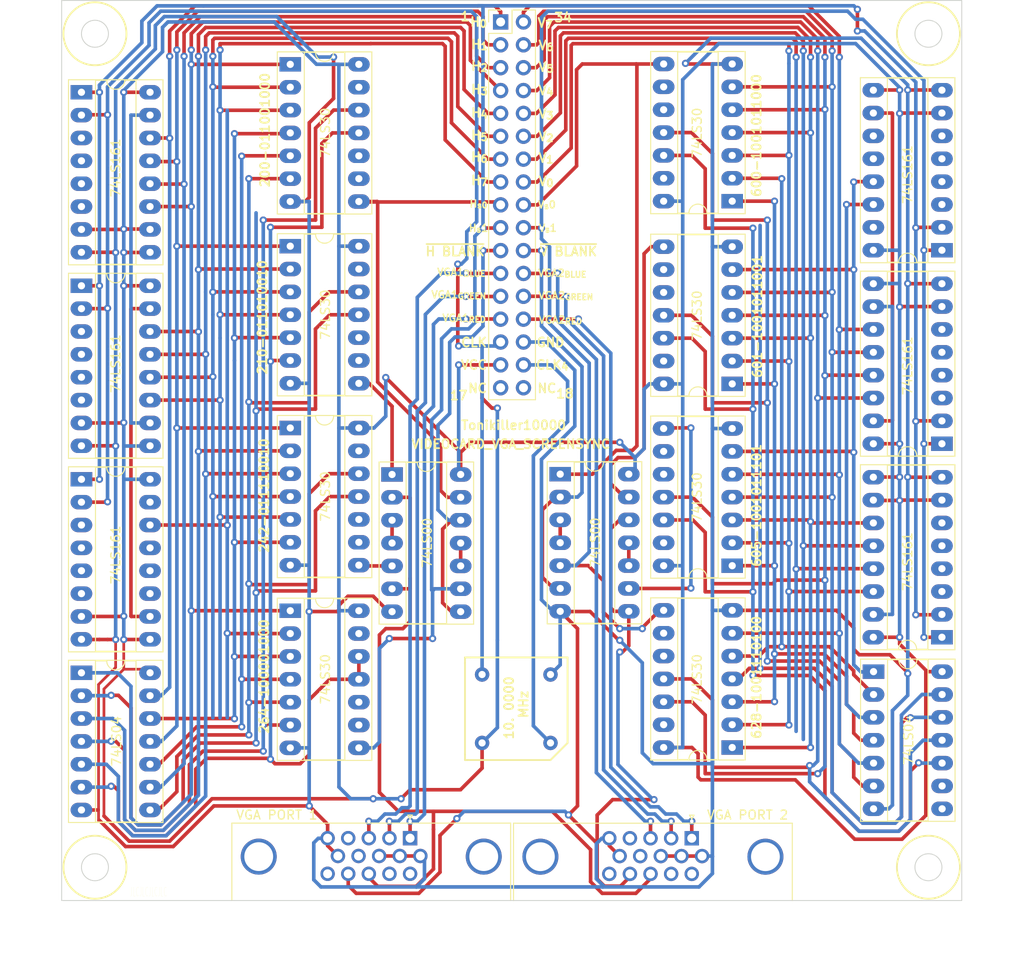
<source format=kicad_pcb>
(kicad_pcb (version 20211014) (generator pcbnew)
  (layers (0 "F.Cu" signal) (31 "B.Cu" signal) (34 "B.Paste" user) (35 "F.Paste" user) (36 "B.SilkS" user "B.Silkscreen") (37 "F.SilkS" user "F.Silkscreen") (38 "B.Mask" user) (39 "F.Mask" user) (44 "Edge.Cuts" user))
  (net 0 "")
  (footprint "Connector_Dsub:DSUB-15-HD_Female_Horizontal_P2.29x1.98mm_EdgePinOffset3.03mm_Housed_MountingHolesOffset4.94mm" (layer "F.Cu") (at 158.505 142.81)
    (fp_text reference "VGA PORT 1")
    (fp_text value "DSUB-15-HD_Female_Horizontal_P2.29x1.98mm_EdgePinOffset3.03mm_Housed_MountingHolesOffset4.94mm")
  )
  (footprint "" (layer "F.Cu") (at 166.505 124.63 180)
    (fp_text reference "")
    (fp_text value "")
  )
  (footprint "Package_DIP:DIP-14_W7.62mm_Socket_LongPads" (layer "F.Cu") (at 194.295 92.34 180)
    (fp_text reference "74LS30")
    (fp_text value "DIP-14_W7.62mm_Socket_LongPads" hide)
  )
  (footprint "Package_DIP:DIP-16_W7.62mm_Socket_LongPads" (layer "F.Cu") (at 217.595 120.49 180)
    (fp_text reference "74LS161")
    (fp_text value "DIP-16_W7.62mm_Socket_LongPads" hide)
  )
  (footprint "Package_DIP:DIP-14_W7.62mm_Socket_LongPads" (layer "F.Cu") (at 145.195 117.54)
    (fp_text reference "74LS30")
    (fp_text value "DIP-14_W7.62mm_Socket_LongPads" hide)
  )
  (footprint "" (layer "F.Cu") (at 166.505 132.23 180)
    (fp_text reference "")
    (fp_text value "1" hide)
  )
  (footprint "Package_DIP:DIP-16_W7.62mm_Socket_LongPads" (layer "F.Cu") (at 217.595 77.49 180)
    (fp_text reference "74LS161")
    (fp_text value "DIP-16_W7.62mm_Socket_LongPads" hide)
  )
  (footprint "Package_DIP:DIP-14_W7.62mm_Socket_LongPads" (layer "F.Cu") (at 145.195 77.04)
    (fp_text reference "74LS30")
    (fp_text value "DIP-14_W7.62mm_Socket_LongPads" hide)
  )
  (footprint "" (layer "F.Cu") (at 174.105 124.63 180)
    (fp_text reference "")
    (fp_text value "")
  )
  (footprint "Package_DIP:DIP-14_W7.62mm_Socket_LongPads" (layer "F.Cu") (at 209.995 124.31)
    (fp_text reference "74LS04")
    (fp_text value "DIP-14_W7.62mm_Socket_LongPads" hide)
  )
  (footprint "Package_DIP:DIP-14_W7.62mm_Socket_LongPads" (layer "F.Cu") (at 194.295 112.54 180)
    (fp_text reference "74LS30")
    (fp_text value "DIP-14_W7.62mm_Socket_LongPads" hide)
  )
  (footprint "Package_DIP:DIP-14_W7.62mm_Socket_LongPads" (layer "F.Cu") (at 121.995 124.44)
    (fp_text reference "74LS04")
    (fp_text value "DIP-14_W7.62mm_Socket_LongPads" hide)
  )
  (footprint "Package_DIP:DIP-14_W7.62mm_Socket_LongPads" (layer "F.Cu") (at 145.195 97.24)
    (fp_text reference "74LS30")
    (fp_text value "DIP-14_W7.62mm_Socket_LongPads" hide)
  )
  (footprint "Package_DIP:DIP-14_W7.62mm_Socket_LongPads" (layer "F.Cu") (at 156.505 102.405)
    (fp_text reference "74LS00")
    (fp_text value "DIP-14_W7.62mm_Socket_LongPads" hide)
  )
  (footprint "Package_DIP:DIP-14_W7.62mm_Socket_LongPads" (layer "F.Cu") (at 175.185 102.37)
    (fp_text reference "74LS00")
    (fp_text value "DIP-14_W7.62mm_Socket_LongPads" hide)
  )
  (footprint "Connector_Dsub:DSUB-15-HD_Female_Horizontal_P2.29x1.98mm_EdgePinOffset3.03mm_Housed_MountingHolesOffset4.94mm" (layer "F.Cu") (at 189.8 142.82)
    (fp_text reference "VGA PORT 2")
    (fp_text value "DSUB-15-HD_Female_Horizontal_P2.29x1.98mm_EdgePinOffset3.03mm_Housed_MountingHolesOffset4.94mm")
  )
  (footprint "Package_DIP:DIP-14_W7.62mm_Socket_LongPads" (layer "F.Cu") (at 194.295 132.74 180)
    (fp_text reference "74LS30")
    (fp_text value "DIP-14_W7.62mm_Socket_LongPads" hide)
  )
  (footprint "Package_DIP:DIP-14_W7.62mm_Socket_LongPads" (layer "F.Cu") (at 194.295 72.04 180)
    (fp_text reference "74LS30")
    (fp_text value "DIP-14_W7.62mm_Socket_LongPads" hide)
  )
  (footprint "Package_DIP:DIP-14_W7.62mm_Socket_LongPads" (layer "F.Cu") (at 145.195 56.84)
    (fp_text reference "74LS30")
    (fp_text value "DIP-14_W7.62mm_Socket_LongPads" hide)
  )
  (footprint "" (layer "F.Cu") (at 174.105 132.23 180)
    (fp_text reference "")
    (fp_text value "")
  )
  (footprint "Package_DIP:DIP-16_W7.62mm_Socket_LongPads" (layer "F.Cu") (at 121.995 59.94)
    (fp_text reference "74LS161")
    (fp_text value "DIP-16_W7.62mm_Socket_LongPads" hide)
  )
  (footprint "Package_DIP:DIP-16_W7.62mm_Socket_LongPads" (layer "F.Cu") (at 217.595 98.99 180)
    (fp_text reference "74LS161")
    (fp_text value "DIP-16_W7.62mm_Socket_LongPads" hide)
  )
  (footprint "Package_DIP:DIP-16_W7.62mm_Socket_LongPads" (layer "F.Cu") (at 121.995 102.94)
    (fp_text reference "74LS161")
    (fp_text value "DIP-16_W7.62mm_Socket_LongPads" hide)
  )
  (footprint "Package_DIP:DIP-16_W7.62mm_Socket_LongPads" (layer "F.Cu") (at 121.995 81.44)
    (fp_text reference "74LS161")
    (fp_text value "DIP-16_W7.62mm_Socket_LongPads" hide)
  )
  (footprint "Connector_PinHeader_2.54mm:PinHeader_2x17_P2.54mm_Vertical" (layer "F.Cu") (at 168.565 52.13)
    (fp_text reference "2x17 Connector  " hide)
    (fp_text value "PinHeader_2x17_P2.54mm_Vertical" hide)
  )
  (gr_circle (center 216.095 53.44) (end 219.595 53.44) (layer "F.SilkS") (width 0.2) (fill none))
  (gr_line (start 164.905 134.13) (end 164.605 134.13) (layer "F.SilkS") (width 0.2))
  (gr_line (start 174.105 134.13) (end 164.905 134.13) (layer "F.SilkS") (width 0.2))
  (gr_circle (center 123.495 146.04) (end 126.995 146.04) (layer "F.SilkS") (width 0.2) (fill none))
  (gr_line (start 165.205 122.73) (end 175.405 122.73) (layer "F.SilkS") (width 0.2))
  (gr_circle (center 123.495 53.44) (end 126.995 53.44) (layer "F.SilkS") (width 0.2) (fill none))
  (gr_circle (center 216.095 146.04) (end 219.595 146.04) (layer "F.SilkS") (width 0.2) (fill none))
  (gr_line (start 164.705 122.73) (end 164.605 122.73) (layer "F.SilkS") (width 0.2))
  (gr_line (start 164.605 134.13) (end 164.605 133.53) (layer "F.SilkS") (width 0.2))
  (gr_line (start 176.005 123.88) (end 176.005 122.73) (layer "F.SilkS") (width 0.2))
  (gr_line (start 165.205 122.73) (end 164.705 122.73) (layer "F.SilkS") (width 0.2))
  (gr_line (start 176.005 132.23) (end 174.105 134.13) (layer "F.SilkS") (width 0.2))
  (gr_line (start 176.005 122.73) (end 175.405 122.73) (layer "F.SilkS") (width 0.2))
  (gr_line (start 164.605 122.73) (end 164.605 123.33) (layer "F.SilkS") (width 0.2))
  (gr_line (start 176.005 123.88) (end 176.005 132.23) (layer "F.SilkS") (width 0.2))
  (gr_line (start 164.605 133.53) (end 164.605 123.33) (layer "F.SilkS") (width 0.2))
  (gr_circle (center 216.095 146.04) (end 217.595 146.04) (layer "Edge.Cuts") (width 0.1) (fill none))
  (gr_rect (start 119.795 49.74) (end 219.795 149.74) (layer "Edge.Cuts") (width 0.1) (fill none))
  (gr_circle (center 123.495 53.44) (end 124.995 53.44) (layer "Edge.Cuts") (width 0.1) (fill none))
  (gr_circle (center 216.095 53.44) (end 217.595 53.44) (layer "Edge.Cuts") (width 0.1) (fill none))
  (gr_circle (center 123.495 146.04) (end 124.995 146.04) (layer "Edge.Cuts") (width 0.1) (fill none))
  (gr_text "VCC" (at 165.605 90.23) (layer "F.SilkS") (effects (font (size 1 1) (thickness 0.2))))
  (gr_text "628-1001110100" (at 196.995 124.94 90) (layer "F.SilkS") (effects (font (size 1 1) (thickness 0.2))))
  (gr_text "601-1001011001" (at 197.095 84.84 90) (layer "F.SilkS") (effects (font (size 1 1) (thickness 0.2))))
  (gr_text "VIDEOCARD_VGA_SCREENSYNC" (at 169.705 99.03) (layer "F.SilkS") (effects (font (size 1 1) (thickness 0.2))))
  (gr_text "VGA1_{RED}" (at 164.505 85.03) (layer "F.SilkS") (effects (font (size 0.8 0.8) (thickness 0.16))))
  (gr_text "264-100001000" (at 142.295 124.84 90) (layer "F.SilkS") (effects (font (size 1 1) (thickness 0.2))))
  (gr_text "210-011010010\n" (at 142.095 84.94 90) (layer "F.SilkS") (effects (font (size 1 1) (thickness 0.2))))
  (gr_text "V_{2}" (at 173.605 64.83) (layer "F.SilkS") (effects (font (size 1 1) (thickness 0.2))))
  (gr_text "1" (at 164.605 51.53) (layer "F.SilkS") (effects (font (size 1 1) (thickness 0.2))))
  (gr_text "242-011110010\n" (at 142.295 104.74 90) (layer "F.SilkS") (effects (font (size 1 1) (thickness 0.2))))
  (gr_text "V_{1}" (at 173.605 67.23) (layer "F.SilkS") (effects (font (size 1 1) (thickness 0.2))))
  (gr_text "V_{7}" (at 173.505 52.23) (layer "F.SilkS") (effects (font (size 1 1) (thickness 0.2))))
  (gr_text "VGA2_{RED}" (at 175.205 85.23) (layer "F.SilkS") (effects (font (size 0.8 0.8) (thickness 0.16))))
  (gr_text "VGA1_{BLUE}" (at 164.205 79.93) (layer "F.SilkS") (effects (font (size 0.8 0.8) (thickness 0.16))))
  (gr_text "H_{s}1" (at 166.105 75.03) (layer "F.SilkS") (effects (font (size 0.8 0.8) (thickness 0.16))))
  (gr_text "V_{s}1" (at 173.805 75.03) (layer "F.SilkS") (effects (font (size 0.8 0.8) (thickness 0.16))))
  (gr_text "18\n" (at 175.705 93.43) (layer "F.SilkS") (effects (font (size 1 1) (thickness 0.2))))
  (gr_text "VGA2_{BLUE}" (at 175.405 80.03) (layer "F.SilkS") (effects (font (size 0.8 0.8) (thickness 0.16))))
  (gr_text "V_{4}" (at 173.605 59.73) (layer "F.SilkS") (effects (font (size 1 1) (thickness 0.2))))
  (gr_text "~{V BLANK}" (at 176.105 77.63) (layer "F.SilkS") (effects (font (size 1 1) (thickness 0.2))))
  (gr_text "~{H BLANK}" (at 163.505 77.63) (layer "F.SilkS") (effects (font (size 1 1) (thickness 0.2))))
  (gr_text "605-1001011101\n" (at 196.995 105.84 90) (layer "F.SilkS") (effects (font (size 1 1) (thickness 0.2))))
  (gr_text "CLK" (at 165.605 87.73) (layer "F.SilkS") (effects (font (size 1 1) (thickness 0.2))))
  (gr_text "V_{s}0" (at 173.705 72.43) (layer "F.SilkS") (effects (font (size 0.8 0.8) (thickness 0.16))))
  (gr_text "VGA1_{GREEN}" (at 163.905 82.43) (layer "F.SilkS") (effects (font (size 0.8 0.8) (thickness 0.16))))
  (gr_text "V_{0}" (at 173.605 69.83) (layer "F.SilkS") (effects (font (size 1 1) (thickness 0.2))))
  (gr_text "V_{3}" (at 173.605 62.33) (layer "F.SilkS") (effects (font (size 1 1) (thickness 0.2))))
  (gr_text "VGA2_{GREEN}" (at 175.805 82.53) (layer "F.SilkS") (effects (font (size 0.8 0.8) (thickness 0.16))))
  (gr_text "H_{3}" (at 166.205 59.63) (layer "F.SilkS") (effects (font (size 1 1) (thickness 0.2))))
  (gr_text "CLK_{4}" (at 174.305 90.23) (layer "F.SilkS") (effects (font (size 1 1) (thickness 0.2))))
  (gr_text "H_{2}" (at 166.205 57.03) (layer "F.SilkS") (effects (font (size 1 1) (thickness 0.2))))
  (gr_text " JLCJLCJLCJLC" (at 129.295 148.78) (layer "F.SilkS") (effects (font (size 1 0.4) (thickness 0.01))))
  (gr_text "H_{5}" (at 166.205 64.73) (layer "F.SilkS") (effects (font (size 1 1) (thickness 0.2))))
  (gr_text "34" (at 175.505 51.63) (layer "F.SilkS") (effects (font (size 1 1) (thickness 0.2))))
  (gr_text "H_{7}" (at 166.205 69.73) (layer "F.SilkS") (effects (font (size 1 1) (thickness 0.2))))
  (gr_text "10. 0000\n MHz" (at 170.305 128.33 90) (layer "F.SilkS") (effects (font (size 1 1) (thickness 0.2))))
  (gr_text "H_{1}" (at 166.205 54.63) (layer "F.SilkS") (effects (font (size 1 1) (thickness 0.2))))
  (gr_text "H_{4}" (at 166.205 62.23) (layer "F.SilkS") (effects (font (size 1 1) (thickness 0.2))))
  (gr_text "H_{6}" (at 166.205 67.13) (layer "F.SilkS") (effects (font (size 1 1) (thickness 0.2))))
  (gr_text "Tonikiller10000" (at 170.005 96.93) (layer "F.SilkS") (effects (font (size 1 1) (thickness 0.2))))
  (gr_text "V_{6}" (at 173.605 54.73) (layer "F.SilkS") (effects (font (size 1 1) (thickness 0.2))))
  (gr_text "NC\n" (at 173.705 92.83) (layer "F.SilkS") (effects (font (size 1 1) (thickness 0.2))))
  (gr_text "NC\n" (at 166.005 92.83) (layer "F.SilkS") (effects (font (size 1 1) (thickness 0.2))))
  (gr_text "H_{s0}" (at 166.105 72.33) (layer "F.SilkS") (effects (font (size 0.8 0.8) (thickness 0.16))))
  (gr_text "H_{0}" (at 166.105 52.13) (layer "F.SilkS") (effects (font (size 1 1) (thickness 0.2))))
  (gr_text "17\n" (at 163.905 93.63) (layer "F.SilkS") (effects (font (size 1 1) (thickness 0.2))))
  (gr_text "GND\n" (at 174.105 87.73) (layer "F.SilkS") (effects (font (size 1 1) (thickness 0.2))))
  (gr_text "200-011001000\n\n" (at 143.195 64.14 90) (layer "F.SilkS") (effects (font (size 1 1) (thickness 0.2))))
  (gr_text "V_{5}" (at 173.605 57.13) (layer "F.SilkS") (effects (font (size 1 1) (thickness 0.2))))
  (gr_text "600-1001011000\n" (at 196.995 64.74 90) (layer "F.SilkS") (effects (font (size 1 1) (thickness 0.2))))
  (segment (start 149.575 104.86) (end 147.995 106.44) (width 0.4) (layer "F.Cu") (net 0))
  (segment (start 129.575 75.14) (end 129.615 75.18) (width 0.4) (layer "F.Cu") (net 0))
  (segment (start 171.105 51.03) (end 171.105 52.13) (width 0.4) (layer "F.Cu") (net 0))
  (segment (start 163.105 63.33) (end 167.145 67.37) (width 0.4) (layer "F.Cu") (net 0))
  (segment (start 180.805 101.33) (end 181.605 100.53) (width 0.4) (layer "F.Cu") (net 0))
  (segment (start 206.135 102.38) (end 206.195 102.44) (width 0.4) (layer "F.Cu") (net 0))
  (segment (start 172.585 59.75) (end 171.105 59.75) (width 0.4) (layer "F.Cu") (net 0))
  (segment (start 190.505 133.43) (end 189.815 132.74) (width 0.4) (layer "F.Cu") (net 0))
  (segment (start 166.605 51.53) (end 166.605 54.13) (width 0.4) (layer "F.Cu") (net 0))
  (segment (start 133.395 53.34) (end 135.195 51.54) (width 0.4) (layer "F.Cu") (net 0))
  (segment (start 165.905 55.93) (end 167.185 57.21) (width 0.4) (layer "F.Cu") (net 0))
  (segment (start 212.895 105.29) (end 212.935 105.25) (width 0.4) (layer "F.Cu") (net 0))
  (segment (start 212.895 83.79) (end 212.935 83.75) (width 0.4) (layer "F.Cu") (net 0))
  (segment (start 129.695 67.64) (end 129.615 67.56) (width 0.4) (layer "F.Cu") (net 0))
  (segment (start 122.035 62.44) (end 121.995 62.48) (width 0.4) (layer "F.Cu") (net 0))
  (segment (start 208.395 142.04) (end 204.595 138.24) (width 0.4) (layer "F.Cu") (net 0))
  (segment (start 182.805 109.99) (end 182.805 112.53) (width 0.4) (layer "F.Cu") (net 0))
  (segment (start 161.105 146.245) (end 159.18 148.17) (width 0.4) (layer "F.Cu") (net 0))
  (segment (start 126.095 137.54) (end 125.595 137.04) (width 0.4) (layer "F.Cu") (net 0))
  (segment (start 176.105 140.23) (end 179.29 143.415) (width 0.4) (layer "F.Cu") (net 0))
  (segment (start 207.795 128.74) (end 207.795 131.14) (width 0.4) (layer "F.Cu") (net 0))
  (segment (start 178.56 147.65) (end 178.56 144.085) (width 0.4) (layer "F.Cu") (net 0))
  (segment (start 162.105 54.53) (end 162.405 54.83) (width 0.4) (layer "F.Cu") (net 0))
  (segment (start 162.125 108.465) (end 162.125 116.665) (width 0.4) (layer "F.Cu") (net 0))
  (segment (start 134.195 55.24) (end 134.195 53.44) (width 0.4) (layer "F.Cu") (net 0))
  (segment (start 212.935 105.25) (end 217.595 105.25) (width 0.4) (layer "F.Cu") (net 0))
  (segment (start 171.795 50.34) (end 171.105 51.03) (width 0.4) (layer "F.Cu") (net 0))
  (segment (start 133.295 138.84) (end 130.795 141.34) (width 0.4) (layer "F.Cu") (net 0))
  (segment (start 203.145 107.79) (end 209.975 107.79) (width 0.4) (layer "F.Cu") (net 0))
  (segment (start 165.245 98.83) (end 164.125 99.95) (width 0.4) (layer "F.Cu") (net 0))
  (segment (start 192.095 87.04) (end 192.095 94.44) (width 0.4) (layer "F.Cu") (net 0))
  (segment (start 215.805 124.23) (end 215.805 140.28) (width 0.4) (layer "F.Cu") (net 0))
  (segment (start 134.995 99.78) (end 134.995 99.84) (width 0.4) (layer "F.Cu") (net 0))
  (segment (start 191.295 68.44) (end 189.815 66.96) (width 0.4) (layer "F.Cu") (net 0))
  (segment (start 129.615 108.02) (end 138.175 108.02) (width 0.4) (layer "F.Cu") (net 0))
  (segment (start 174.605 53.13) (end 174.605 60.23) (width 0.4) (layer "F.Cu") (net 0))
  (segment (start 147.305 63.33) (end 147.305 71.63) (width 0.4) (layer "F.Cu") (net 0))
  (segment (start 153.455 132.78) (end 152.815 132.78) (width 0.4) (layer "F.Cu") (net 0))
  (segment (start 194.295 87.26) (end 202.975 87.26) (width 0.4) (layer "F.Cu") (net 0))
  (segment (start 154.135 54.53) (end 162.105 54.53) (width 0.4) (layer "F.Cu") (net 0))
  (segment (start 189.775 84.72) (end 192.095 87.04) (width 0.4) (layer "F.Cu") (net 0))
  (segment (start 202.195 51.54) (end 173.795 51.54) (width 0.4) (layer "F.Cu") (net 0))
  (segment (start 148.705 65.63) (end 149.875 64.46) (width 0.4) (layer "F.Cu") (net 0))
  (segment (start 177.105 139.23) (end 177.105 119.53) (width 0.4) (layer "F.Cu") (net 0))
  (segment (start 203.795 55.34) (end 203.795 54.04) (width 0.4) (layer "F.Cu") (net 0))
  (segment (start 152.815 125.16) (end 149.575 125.16) (width 0.4) (layer "F.Cu") (net 0))
  (segment (start 149.345 143.645) (end 149.345 142.81) (width 0.4) (layer "F.Cu") (net 0))
  (segment (start 129.615 59.94) (end 126.695 59.94) (width 0.4) (layer "F.Cu") (net 0))
  (segment (start 207.795 133.94) (end 207.795 136.04) (width 0.4) (layer "F.Cu") (net 0))
  (segment (start 126.095 140.94) (end 126.095 137.54) (width 0.4) (layer "F.Cu") (net 0))
  (segment (start 129.595 120.74) (end 129.615 120.72) (width 0.4) (layer "F.Cu") (net 0))
  (segment (start 134.995 55.94) (end 134.995 53.54) (width 0.4) (layer "F.Cu") (net 0))
  (segment (start 127.495 118.14) (end 127.535 118.18) (width 0.4) (layer "F.Cu") (net 0))
  (segment (start 200.555 110) (end 200.595 110.04) (width 0.4) (layer "F.Cu") (net 0))
  (segment (start 212.935 83.75) (end 217.595 83.75) (width 0.4) (layer "F.Cu") (net 0))
  (segment (start 162.715 53.94) (end 163.105 54.33) (width 0.4) (layer "F.Cu") (net 0))
  (segment (start 156.215 142.81) (end 156.215 140.94) (width 0.4) (layer "F.Cu") (net 0))
  (segment (start 173.345 50.94) (end 172.805 51.48) (width 0.4) (layer "F.Cu") (net 0))
  (segment (start 132.595 137.64) (end 130.555 139.68) (width 0.4) (layer "F.Cu") (net 0))
  (segment (start 132.195 143.74) (end 136.705 139.23) (width 0.4) (layer "F.Cu") (net 0))
  (segment (start 164.125 107.485) (end 163.105 107.485) (width 0.4) (layer "F.Cu") (net 0))
  (segment (start 178.765 102.37) (end 181.405 99.73) (width 0.4) (layer "F.Cu") (net 0))
  (segment (start 156.205 120.63) (end 161.005 120.63) (width 0.4) (layer "F.Cu") (net 0))
  (segment (start 174.005 52.63) (end 174.005 58.33) (width 0.4) (layer "F.Cu") (net 0))
  (segment (start 199.195 114.14) (end 198.795 114.54) (width 0.4) (layer "F.Cu") (net 0))
  (segment (start 204.005 123.13) (end 206.195 125.32) (width 0.4) (layer "F.Cu") (net 0))
  (segment (start 147.995 86.24) (end 149.575 84.66) (width 0.4) (layer "F.Cu") (net 0))
  (segment (start 147.995 115.34) (end 141.395 115.34) (width 0.4) (layer "F.Cu") (net 0))
  (segment (start 178.56 144.085) (end 174.305 139.83) (width 0.4) (layer "F.Cu") (net 0))
  (segment (start 209.975 96.45) (end 212.035 96.45) (width 0.4) (layer "F.Cu") (net 0))
  (segment (start 191.295 129.14) (end 189.815 127.66) (width 0.4) (layer "F.Cu") (net 0))
  (segment (start 180.64 143.655) (end 180.64 142.82) (width 0.4) (layer "F.Cu") (net 0))
  (segment (start 129.655 70.14) (end 129.615 70.1) (width 0.4) (layer "F.Cu") (net 0))
  (segment (start 201.895 52.14) (end 174.495 52.14) (width 0.4) (layer "F.Cu") (net 0))
  (segment (start 135.895 133.94) (end 134.695 135.14) (width 0.4) (layer "F.Cu") (net 0))
  (segment (start 208.765 137.01) (end 209.995 137.01) (width 0.4) (layer "F.Cu") (net 0))
  (segment (start 198.295 121.54) (end 199.795 121.54) (width 0.4) (layer "F.Cu") (net 0))
  (segment (start 124.505 140.34) (end 124.495 140.33) (width 0.3) (layer "F.Cu") (net 0))
  (segment (start 161.105 139.83) (end 161.105 141.83) (width 0.4) (layer "F.Cu") (net 0))
  (segment (start 152.815 112.48) (end 152.9 112.565) (width 0.4) (layer "F.Cu") (net 0))
  (segment (start 212.895 98.99) (end 209.975 98.99) (width 0.4) (layer "F.Cu") (net 0))
  (segment (start 204.595 114.14) (end 199.195 114.14) (width 0.4) (layer "F.Cu") (net 0))
  (segment (start 147.305 71.63) (end 146.855 72.08) (width 0.4) (layer "F.Cu") (net 0))
  (segment (start 205.395 55.34) (end 205.395 53.84) (width 0.4) (layer "F.Cu") (net 0))
  (segment (start 141.595 95.14) (end 147.995 95.14) (width 0.4) (layer "F.Cu") (net 0))
  (segment (start 154.125 54.54) (end 154.135 54.53) (width 0.4) (layer "F.Cu") (net 0))
  (segment (start 129.515 102.84) (end 129.615 102.94) (width 0.4) (layer "F.Cu") (net 0))
  (segment (start 173.795 51.54) (end 173.405 51.93) (width 0.4) (layer "F.Cu") (net 0))
  (segment (start 150.49 144.79) (end 149.345 143.645) (width 0.4) (layer "F.Cu") (net 0))
  (segment (start 134.195 72.64) (end 129.615 72.64) (width 0.4) (layer "F.Cu") (net 0))
  (segment (start 124.855 83.98) (end 124.895 83.94) (width 0.4) (layer "F.Cu") (net 0))
  (segment (start 191.295 115.44) (end 191.295 108.84) (width 0.4) (layer "F.Cu") (net 0))
  (segment (start 163.105 54.33) (end 163.105 63.33) (width 0.4) (layer "F.Cu") (net 0))
  (segment (start 162.405 65.23) (end 167.085 69.91) (width 0.4) (layer "F.Cu") (net 0))
  (segment (start 162.655 104.945) (end 161.905 104.195) (width 0.4) (layer "F.Cu") (net 0))
  (segment (start 181.805 98.83) (end 165.245 98.83) (width 0.4) (layer "F.Cu") (net 0))
  (segment (start 189.815 87.26) (end 191.295 88.74) (width 0.4) (layer "F.Cu") (net 0))
  (segment (start 172.805 54.43) (end 172.565 54.67) (width 0.4) (layer "F.Cu") (net 0))
  (segment (start 147.295 117.63) (end 150.405 117.63) (width 0.4) (layer "F.Cu") (net 0))
  (segment (start 209.975 93.91) (end 203.795 93.91) (width 0.4) (layer "F.Cu") (net 0))
  (segment (start 178.305 112.53) (end 175.185 112.53) (width 0.4) (layer "F.Cu") (net 0))
  (segment (start 156.475 112.595) (end 156.505 112.565) (width 0.4) (layer "F.Cu") (net 0))
  (segment (start 153.925 147.175) (end 153.925 146.77) (width 0.4) (layer "F.Cu") (net 0))
  (segment (start 191.295 75.04) (end 191.295 68.44) (width 0.4) (layer "F.Cu") (net 0))
  (segment (start 189.175 56.8) (end 194.295 56.8) (width 0.4) (layer "F.Cu") (net 0))
  (segment (start 189.875 104.92) (end 186.775 104.92) (width 0.4) (layer "F.Cu") (net 0))
  (segment (start 176.595 54.54) (end 176.405 54.73) (width 0.4) (layer "F.Cu") (net 0))
  (segment (start 131.395 142.54) (end 127.695 142.54) (width 0.4) (layer "F.Cu") (net 0))
  (segment (start 163.415 53.34) (end 163.805 53.73) (width 0.4) (layer "F.Cu") (net 0))
  (segment (start 158.505 113.945) (end 158.505 104.995) (width 0.4) (layer "F.Cu") (net 0))
  (segment (start 215.595 59.69) (end 217.575 59.69) (width 0.4) (layer "F.Cu") (net 0))
  (segment (start 209.995 59.69) (end 209.975 59.71) (width 0.4) (layer "F.Cu") (net 0))
  (segment (start 158.455 104.945) (end 156.505 104.945) (width 0.4) (layer "F.Cu") (net 0))
  (segment (start 181.005 138.53) (end 179.29 140.245) (width 0.4) (layer "F.Cu") (net 0))
  (segment (start 202.995 107.64) (end 203.145 107.79) (width 0.4) (layer "F.Cu") (net 0))
  (segment (start 164.125 99.95) (end 155.805 91.63) (width 0.4) (layer "F.Cu") (net 0))
  (segment (start 194.295 130.2) (end 200.555 130.2) (width 0.4) (layer "F.Cu") (net 0))
  (segment (start 213.095 140.44) (end 212.395 141.14) (width 0.4) (layer "F.Cu") (net 0))
  (segment (start 148.005 63.93) (end 150.015 61.92) (width 0.4) (layer "F.Cu") (net 0))
  (segment (start 136.505 138.43) (end 131.795 143.14) (width 0.4) (layer "F.Cu") (net 0))
  (segment (start 181.785 144.8) (end 180.64 143.655) (width 0.4) (layer "F.Cu") (net 0))
  (segment (start 123.995 140.84) (end 126.895 143.74) (width 0.4) (layer "F.Cu") (net 0))
  (segment (start 125.795 123.84) (end 123.895 125.74) (width 0.3) (layer "F.Cu") (net 0))
  (segment (start 136.595 55.94) (end 136.595 54.14) (width 0.4) (layer "F.Cu") (net 0))
  (segment (start 206.995 127.94) (end 207.795 128.74) (width 0.4) (layer "F.Cu") (net 0))
  (segment (start 130.795 141.34) (end 128.295 141.34) (width 0.4) (layer "F.Cu") (net 0))
  (segment (start 173.205 106.33) (end 173.205 113.83) (width 0.4) (layer "F.Cu") (net 0))
  (segment (start 207.795 124.65) (end 209.995 126.85) (width 0.4) (layer "F.Cu") (net 0))
  (segment (start 209.975 91.37) (end 204.635 91.37) (width 0.4) (layer "F.Cu") (net 0))
  (segment (start 194.295 79.64) (end 207.795 79.64) (width 0.4) (layer "F.Cu") (net 0))
  (segment (start 181.785 107.45) (end 180.805 108.43) (width 0.4) (layer "F.Cu") (net 0))
  (segment (start 182.93 147.1) (end 182.93 146.78) (width 0.4) (layer "F.Cu") (net 0))
  (segment (start 122.015 120.74) (end 121.995 120.72) (width 0.4) (layer "F.Cu") (net 0))
  (segment (start 164.705 80.03) (end 164.745 80.07) (width 0.4) (layer "F.Cu") (net 0))
  (segment (start 147.995 106.44) (end 147.995 115.34) (width 0.4) (layer "F.Cu") (net 0))
  (segment (start 127.995 141.94) (end 126.795 140.74) (width 0.4) (layer "F.Cu") (net 0))
  (segment (start 165.515 51.54) (end 165.905 51.93) (width 0.4) (layer "F.Cu") (net 0))
  (segment (start 164.505 53.13) (end 164.505 59.63) (width 0.4) (layer "F.Cu") (net 0))
  (segment (start 212.895 121.24) (end 212.895 120.49) (width 0.4) (layer "F.Cu") (net 0))
  (segment (start 131.795 53.14) (end 134.595 50.34) (width 0.4) (layer "F.Cu") (net 0))
  (segment (start 175.185 117.61) (end 175.205 117.63) (width 0.4) (layer "F.Cu") (net 0))
  (segment (start 194.295 92.34) (end 198.995 92.34) (width 0.4) (layer "F.Cu") (net 0))
  (segment (start 162.125 116.665) (end 163.105 117.645) (width 0.4) (layer "F.Cu") (net 0))
  (segment (start 125.795 120.74) (end 124.895 120.74) (width 0.4) (layer "F.Cu") (net 0))
  (segment (start 185.22 146.78) (end 185.22 147.31) (width 0.4) (layer "F.Cu") (net 0))
  (segment (start 145.195 67) (end 139.835 67) (width 0.4) (layer "F.Cu") (net 0))
  (segment (start 127.555 83.98) (end 127.495 84.04) (width 0.4) (layer "F.Cu") (net 0))
  (segment (start 174.905 80.03) (end 174.865 80.07) (width 0.4) (layer "F.Cu") (net 0))
  (segment (start 132.595 67.64) (end 129.695 67.64) (width 0.4) (layer "F.Cu") (net 0))
  (segment (start 202.795 50.34) (end 171.795 50.34) (width 0.4) (layer "F.Cu") (net 0))
  (segment (start 213.815 102.71) (end 213.795 102.69) (width 0.15) (layer "F.Cu") (net 0))
  (segment (start 152.815 92.28) (end 153.955 92.28) (width 0.4) (layer "F.Cu") (net 0))
  (segment (start 134.995 86.54) (end 134.975 86.52) (width 0.4) (layer "F.Cu") (net 0))
  (segment (start 138.195 120.08) (end 138.195 120.04) (width 0.4) (layer "F.Cu") (net 0))
  (segment (start 195.015 125.12) (end 196.195 123.94) (width 0.4) (layer "F.Cu") (net 0))
  (segment (start 121.995 77.72) (end 125.775 77.72) (width 0.4) (layer "F.Cu") (net 0))
  (segment (start 167.915 50.34) (end 168.565 50.99) (width 0.4) (layer "F.Cu") (net 0))
  (segment (start 204.595 56.04) (end 204.595 53.94) (width 0.4) (layer "F.Cu") (net 0))
  (segment (start 138.175 108.02) (end 138.195 108.04) (width 0.4) (layer "F.Cu") (net 0))
  (segment (start 152.9 112.565) (end 156.505 112.565) (width 0.4) (layer "F.Cu") (net 0))
  (segment (start 185.22 142.82) (end 185.22 140.93) (width 0.4) (layer "F.Cu") (net 0))
  (segment (start 140.595 94.34) (end 140.695 94.44) (width 0.4) (layer "F.Cu") (net 0))
  (segment (start 168.525 80.03) (end 168.565 80.07) (width 0.4) (layer "F.Cu") (net 0))
  (segment (start 198.795 114.54) (end 192.095 114.54) (width 0.4) (layer "F.Cu") (net 0))
  (segment (start 166.605 54.13) (end 167.145 54.67) (width 0.4) (layer "F.Cu") (net 0))
  (segment (start 172.525 57.21) (end 171.105 57.21) (width 0.4) (layer "F.Cu") (net 0))
  (segment (start 176.405 66.13) (end 172.625 69.91) (width 0.4) (layer "F.Cu") (net 0))
  (segment (start 134.195 53.44) (end 135.495 52.14) (width 0.4) (layer "F.Cu") (net 0))
  (segment (start 133.395 55.94) (end 133.395 53.34) (width 0.4) (layer "F.Cu") (net 0))
  (segment (start 201.595 52.74) (end 174.995 52.74) (width 0.4) (layer "F.Cu") (net 0))
  (segment (start 189.815 132.74) (end 186.675 132.74) (width 0.4) (layer "F.Cu") (net 0))
  (segment (start 180.805 108.43) (end 180.805 117.23) (width 0.4) (layer "F.Cu") (net 0))
  (segment (start 123.855 139.68) (end 121.995 139.68) (width 0.4) (layer "F.Cu") (net 0))
  (segment (start 212.395 141.14) (end 208.795 141.14) (width 0.4) (layer "F.Cu") (net 0))
  (segment (start 177.205 85.13) (end 177.185 85.15) (width 0.4) (layer "F.Cu") (net 0))
  (segment (start 161.905 99.13) (end 154.905 92.13) (width 0.4) (layer "F.Cu") (net 0))
  (segment (start 129.615 89.06) (end 135.775 89.06) (width 0.4) (layer "F.Cu") (net 0))
  (segment (start 127.695 142.54) (end 126.095 140.94) (width 0.4) (layer "F.Cu") (net 0))
  (segment (start 154.92 148.17) (end 153.925 147.175) (width 0.4) (layer "F.Cu") (net 0))
  (segment (start 206.215 86.29) (end 206.195 86.31) (width 0.4) (layer "F.Cu") (net 0))
  (segment (start 129.615 65.02) (end 131.775 65.02) (width 0.4) (layer "F.Cu") (net 0))
  (segment (start 205.875 117.5) (end 207.805 119.43) (width 0.4) (layer "F.Cu") (net 0))
  (segment (start 129.615 124.44) (end 129.215 124.04) (width 0.3) (layer "F.Cu") (net 0))
  (segment (start 138.995 122.62) (end 138.995 122.64) (width 0.4) (layer "F.Cu") (net 0))
  (segment (start 127.495 128.34) (end 126.095 126.94) (width 0.4) (layer "F.Cu") (net 0))
  (segment (start 166.605 77.53) (end 168.565 77.53) (width 0.4) (layer "F.Cu") (net 0))
  (segment (start 135.795 55.24) (end 135.795 53.74) (width 0.4) (layer "F.Cu") (net 0))
  (segment (start 124.495 126.24) (end 126.695 124.04) (width 0.3) (layer "F.Cu") (net 0))
  (segment (start 177.005 57.43) (end 177.005 68.13) (width 0.4) (layer "F.Cu") (net 0))
  (segment (start 129.615 129.52) (end 138.975 129.52) (width 0.4) (layer "F.Cu") (net 0))
  (segment (start 175.185 107.45) (end 175.185 109.99) (width 0.4) (layer "F.Cu") (net 0))
  (segment (start 147.295 114.64) (end 147.295 104.54) (width 0.4) (layer "F.Cu") (net 0))
  (segment (start 145.195 89.74) (end 143.095 89.74) (width 0.4) (layer "F.Cu") (net 0))
  (segment (start 181.89 148.14) (end 182.93 147.1) (width 0.4) (layer "F.Cu") (net 0))
  (segment (start 213.795 59.69) (end 214.695 59.69) (width 0.4) (layer "F.Cu") (net 0))
  (segment (start 165.205 52.53) (end 165.205 56.39) (width 0.4) (layer "F.Cu") (net 0))
  (segment (start 135.795 52.74) (end 164.115 52.74) (width 0.4) (layer "F.Cu") (net 0))
  (segment (start 123.895 125.74) (end 123.895 139.64) (width 0.3) (layer "F.Cu") (net 0))
  (segment (start 145.195 122.62) (end 138.995 122.62) (width 0.4) (layer "F.Cu") (net 0))
  (segment (start 156.505 115.105) (end 158.505 115.105) (width 0.4) (layer "F.Cu") (net 0))
  (segment (start 147.295 133.54) (end 146.295 134.54) (width 0.4) (layer "F.Cu") (net 0))
  (segment (start 217.615 124.31) (end 215.965 124.31) (width 0.4) (layer "F.Cu") (net 0))
  (segment (start 158.505 115.105) (end 158.505 113.945) (width 0.4) (layer "F.Cu") (net 0))
  (segment (start 213.795 81.19) (end 213.815 81.21) (width 0.4) (layer "F.Cu") (net 0))
  (segment (start 151.635 148.055) (end 151.635 146.77) (width 0.4) (layer "F.Cu") (net 0))
  (segment (start 205.415 88.83) (end 205.395 88.81) (width 0.4) (layer "F.Cu") (net 0))
  (segment (start 185.285 77.1) (end 186.675 77.1) (width 0.4) (layer "F.Cu") (net 0))
  (segment (start 172.685 72.45) (end 171.105 72.45) (width 0.4) (layer "F.Cu") (net 0))
  (segment (start 198.995 122.34) (end 204.515 122.34) (width 0.4) (layer "F.Cu") (net 0))
  (segment (start 183.205 99.73) (end 183.705 99.23) (width 0.4) (layer "F.Cu") (net 0))
  (segment (start 146.295 134.54) (end 143.495 134.54) (width 0.4) (layer "F.Cu") (net 0))
  (segment (start 194.295 102.38) (end 206.135 102.38) (width 0.4) (layer "F.Cu") (net 0))
  (segment (start 178.505 117.63) (end 181.705 120.83) (width 0.4) (layer "F.Cu") (net 0))
  (segment (start 167.185 57.21) (end 168.565 57.21) (width 0.4) (layer "F.Cu") (net 0))
  (segment (start 136.595 104.86) (end 136.595 104.84) (width 0.4) (layer "F.Cu") (net 0))
  (segment (start 198.205 123.13) (end 204.005 123.13) (width 0.4) (layer "F.Cu") (net 0))
  (segment (start 175.785 82.61) (end 171.105 82.61) (width 0.4) (layer "F.Cu") (net 0))
  (segment (start 175.805 82.63) (end 175.785 82.61) (width 0.4) (layer "F.Cu") (net 0))
  (segment (start 194.295 122.58) (end 197.255 122.58) (width 0.4) (layer "F.Cu") (net 0))
  (segment (start 173.205 113.83) (end 174.445 115.07) (width 0.4) (layer "F.Cu") (net 0))
  (segment (start 163.105 107.485) (end 162.125 108.465) (width 0.4) (layer "F.Cu") (net 0))
  (segment (start 175.185 104.91) (end 174.625 104.91) (width 0.4) (layer "F.Cu") (net 0))
  (segment (start 183.705 99.23) (end 183.705 56.87) (width 0.4) (layer "F.Cu") (net 0))
  (segment (start 126.695 120.74) (end 126.695 124.04) (width 0.3) (layer "F.Cu") (net 0))
  (segment (start 145.195 109.94) (end 138.995 109.94) (width 0.4) (layer "F.Cu") (net 0))
  (segment (start 205.395 125.92) (end 203.415 123.94) (width 0.4) (layer "F.Cu") (net 0))
  (segment (start 215.805 140.28) (end 213.155 142.93) (width 0.4) (layer "F.Cu") (net 0))
  (segment (start 163.805 61.53) (end 167.105 64.83) (width 0.4) (layer "F.Cu") (net 0))
  (segment (start 205.375 104.92) (end 205.395 104.94) (width 0.4) (layer "F.Cu") (net 0))
  (segment (start 168.545 85.13) (end 168.565 85.15) (width 0.4) (layer "F.Cu") (net 0))
  (segment (start 202.975 64.42) (end 202.995 64.44) (width 0.4) (layer "F.Cu") (net 0))
  (segment (start 136.705 139.23) (end 147.305 139.23) (width 0.4) (layer "F.Cu") (net 0))
  (segment (start 214.695 59.69) (end 215.595 59.69) (width 0.4) (layer "F.Cu") (net 0))
  (segment (start 177.105 119.53) (end 175.185 117.61) (width 0.4) (layer "F.Cu") (net 0))
  (segment (start 217.595 74.95) (end 214.735 74.95) (width 0.4) (layer "F.Cu") (net 0))
  (segment (start 163.905 90.23) (end 165.605 90.23) (width 0.4) (layer "F.Cu") (net 0))
  (segment (start 199.795 121.54) (end 205.115 121.54) (width 0.4) (layer "F.Cu") (net 0))
  (segment (start 194.295 110) (end 200.555 110) (width 0.4) (layer "F.Cu") (net 0))
  (segment (start 215.595 98.99) (end 217.595 98.99) (width 0.4) (layer "F.Cu") (net 0))
  (segment (start 206.995 124.82) (end 206.995 127.94) (width 0.4) (layer "F.Cu") (net 0))
  (segment (start 175.805 54.23) (end 175.805 64.13) (width 0.4) (layer "F.Cu") (net 0))
  (segment (start 182.805 115.07) (end 189.665 115.07) (width 0.4) (layer "F.Cu") (net 0))
  (segment (start 140.695 94.44) (end 147.295 94.44) (width 0.4) (layer "F.Cu") (net 0))
  (segment (start 163.705 140.63) (end 161.83 142.505) (width 0.4) (layer "F.Cu") (net 0))
  (segment (start 164.125 104.945) (end 162.655 104.945) (width 0.4) (layer "F.Cu") (net 0))
  (segment (start 206.195 53.74) (end 202.795 50.34) (width 0.4) (layer "F.Cu") (net 0))
  (segment (start 137.395 55.24) (end 137.395 54.54) (width 0.4) (layer "F.Cu") (net 0))
  (segment (start 149.515 82.12) (end 152.815 82.12) (width 0.4) (layer "F.Cu") (net 0))
  (segment (start 143.495 134.54) (end 142.995 134.04) (width 0.4) (layer "F.Cu") (net 0))
  (segment (start 175.185 102.37) (end 178.765 102.37) (width 0.4) (layer "F.Cu") (net 0))
  (segment (start 189.665 115.07) (end 189.705 115.03) (width 0.4) (layer "F.Cu") (net 0))
  (segment (start 128.295 141.34) (end 127.495 140.54) (width 0.4) (layer "F.Cu") (net 0))
  (segment (start 161.905 104.195) (end 161.905 99.13) (width 0.4) (layer "F.Cu") (net 0))
  (segment (start 167.145 54.67) (end 168.565 54.67) (width 0.4) (layer "F.Cu") (net 0))
  (segment (start 202.195 54.24) (end 201.295 53.34) (width 0.4) (layer "F.Cu") (net 0))
  (segment (start 182.805 104.91) (end 182.025 104.91) (width 0.4) (layer "F.Cu") (net 0))
  (segment (start 194.295 82.18) (end 205.355 82.18) (width 0.4) (layer "F.Cu") (net 0))
  (segment (start 156.12 117.645) (end 156.505 117.645) (width 0.4) (layer "F.Cu") (net 0))
  (segment (start 176.405 54.73) (end 176.405 66.13) (width 0.4) (layer "F.Cu") (net 0))
  (segment (start 121.995 105.48) (end 124.855 105.48) (width 0.4) (layer "F.Cu") (net 0))
  (segment (start 179.85 148.94) (end 178.56 147.65) (width 0.4) (layer "F.Cu") (net 0))
  (segment (start 146.855 72.08) (end 145.195 72.08) (width 0.4) (layer "F.Cu") (net 0))
  (segment (start 135.495 133.14) (end 133.995 134.64) (width 0.4) (layer "F.Cu") (net 0))
  (segment (start 131.095 141.94) (end 127.995 141.94) (width 0.4) (layer "F.Cu") (net 0))
  (segment (start 175.205 62.23) (end 172.605 64.83) (width 0.4) (layer "F.Cu") (net 0))
  (segment (start 147.295 84.34) (end 149.515 82.12) (width 0.4) (layer "F.Cu") (net 0))
  (segment (start 217.555 117.99) (end 217.595 117.95) (width 0.4) (layer "F.Cu") (net 0))
  (segment (start 201.305 136.33) (end 190.805 136.33) (width 0.4) (layer "F.Cu") (net 0))
  (segment (start 212.935 62.25) (end 217.595 62.25) (width 0.4) (layer "F.Cu") (net 0))
  (segment (start 186.675 56.8) (end 183.635 56.8) (width 0.4) (layer "F.Cu") (net 0))
  (segment (start 212.895 59.69) (end 209.995 59.69) (width 0.4) (layer "F.Cu") (net 0))
  (segment (start 126.695 120.74) (end 129.595 120.74) (width 0.4) (layer "F.Cu") (net 0))
  (segment (start 187.51 142.82) (end 187.51 140.93) (width 0.4) (layer "F.Cu") (net 0))
  (segment (start 203.795 135.64) (end 191.295 135.64) (width 0.4) (layer "F.Cu") (net 0))
  (segment (start 155.07 144.79) (end 157.36 144.79) (width 0.4) (layer "F.Cu") (net 0))
  (segment (start 212.895 102.69) (end 209.995 102.69) (width 0.4) (layer "F.Cu") (net 0))
  (segment (start 208.205 53.13) (end 208.205 50.73) (width 0.4) (layer "F.Cu") (net 0))
  (segment (start 135.795 53.74) (end 136.195 53.34) (width 0.4) (layer "F.Cu") (net 0))
  (segment (start 177.185 85.15) (end 171.105 85.15) (width 0.4) (layer "F.Cu") (net 0))
  (segment (start 182.805 117.61) (end 182.805 121.43) (width 0.4) (layer "F.Cu") (net 0))
  (segment (start 179.29 143.415) (end 179.29 147.34) (width 0.4) (layer "F.Cu") (net 0))
  (segment (start 145.195 84.66) (end 137.395 84.66) (width 0.4) (layer "F.Cu") (net 0))
  (segment (start 214.095 135.35) (end 214.095 140.74) (width 0.4) (layer "F.Cu") (net 0))
  (segment (start 149.515 102.32) (end 152.815 102.32) (width 0.4) (layer "F.Cu") (net 0))
  (segment (start 182.285 104.91) (end 180.805 103.43) (width 0.4) (layer "F.Cu") (net 0))
  (segment (start 182.805 104.91) (end 182.285 104.91) (width 0.4) (layer "F.Cu") (net 0))
  (segment (start 205.395 59.34) (end 194.295 59.34) (width 0.4) (layer "F.Cu") (net 0))
  (segment (start 200.995 53.94) (end 176.095 53.94) (width 0.4) (layer "F.Cu") (net 0))
  (segment (start 213.705 129.43) (end 213.095 130.04) (width 0.4) (layer "F.Cu") (net 0))
  (segment (start 134.995 79.58) (end 134.995 79.64) (width 0.4) (layer "F.Cu") (net 0))
  (segment (start 194.295 120.04) (end 206.195 120.04) (width 0.4) (layer "F.Cu") (net 0))
  (segment (start 202.975 87.26) (end 202.995 87.24) (width 0.4) (layer "F.Cu") (net 0))
  (segment (start 207.905 142.93) (end 201.305 136.33) (width 0.4) (layer "F.Cu") (net 0))
  (segment (start 203.415 123.94) (end 197.395 123.94) (width 0.4) (layer "F.Cu") (net 0))
  (segment (start 136.535 91.6) (end 129.615 91.6) (width 0.4) (layer "F.Cu") (net 0))
  (segment (start 157.705 119.53) (end 155.805 119.53) (width 0.4) (layer "F.Cu") (net 0))
  (segment (start 205.115 121.54) (end 207.795 124.22) (width 0.4) (layer "F.Cu") (net 0))
  (segment (start 134.695 139.24) (end 131.395 142.54) (width 0.4) (layer "F.Cu") (net 0))
  (segment (start 184.305 119.43) (end 186.235 117.5) (width 0.4) (layer "F.Cu") (net 0))
  (segment (start 153.925 142.81) (end 153.925 140.93) (width 0.4) (layer "F.Cu") (net 0))
  (segment (start 155.805 119.53) (end 155.105 120.23) (width 0.4) (layer "F.Cu") (net 0))
  (segment (start 173.065 74.99) (end 173.105 75.03) (width 0.4) (layer "F.Cu") (net 0))
  (segment (start 148.705 74.94) (end 148.705 65.63) (width 0.4) (layer "F.Cu") (net 0))
  (segment (start 190.505 136.03) (end 190.505 133.43) (width 0.4) (layer "F.Cu") (net 0))
  (segment (start 194.295 66.96) (end 200.575 66.96) (width 0.4) (layer "F.Cu") (net 0))
  (segment (start 147.995 95.14) (end 147.995 86.24) (width 0.4) (layer "F.Cu") (net 0))
  (segment (start 194.295 117.5) (end 205.875 117.5) (width 0.4) (layer "F.Cu") (net 0))
  (segment (start 145.195 69.54) (end 140.595 69.54) (width 0.4) (layer "F.Cu") (net 0))
  (segment (start 172.605 64.83) (end 171.105 64.83) (width 0.4) (layer "F.Cu") (net 0))
  (segment (start 125.775 77.72) (end 125.795 77.74) (width 0.15) (layer "F.Cu") (net 0))
  (segment (start 126.795 133.04) (end 125.795 132.04) (width 0.4) (layer "F.Cu") (net 0))
  (segment (start 129.655 126.94) (end 129.615 126.98) (width 0.4) (layer "F.Cu") (net 0))
  (segment (start 196.595 115.44) (end 191.295 115.44) (width 0.4) (layer "F.Cu") (net 0))
  (segment (start 208.405 122.43) (end 211.805 122.43) (width 0.4) (layer "F.Cu") (net 0))
  (segment (start 194.295 89.8) (end 200.555 89.8) (width 0.4) (layer "F.Cu") (net 0))
  (segment (start 137.395 84.66) (end 137.395 84.64) (width 0.4) (layer "F.Cu") (net 0))
  (segment (start 145.195 104.86) (end 136.595 104.86) (width 0.4) (layer "F.Cu") (net 0))
  (segment (start 183.635 56.8) (end 177.635 56.8) (width 0.4) (layer "F.Cu") (net 0))
  (segment (start 217.595 102.71) (end 213.815 102.71) (width 0.4) (layer "F.Cu") (net 0))
  (segment (start 172.625 69.91) (end 171.105 69.91) (width 0.4) (layer "F.Cu") (net 0))
  (segment (start 191.295 95.14) (end 196.595 95.14) (width 0.4) (layer "F.Cu") (net 0))
  (segment (start 214.695 117.99) (end 217.555 117.99) (width 0.4) (layer "F.Cu") (net 0))
  (segment (start 140.595 131.34) (end 134.995 131.34) (width 0.4) (layer "F.Cu") (net 0))
  (segment (start 124.895 120.74) (end 123.995 120.74) (width 0.4) (layer "F.Cu") (net 0))
  (segment (start 200.595 55.34) (end 200.595 54.54) (width 0.4) (layer "F.Cu") (net 0))
  (segment (start 134.995 131.34) (end 132.595 133.74) (width 0.4) (layer "F.Cu") (net 0))
  (segment (start 134.895 50.94) (end 166.015 50.94) (width 0.4) (layer "F.Cu") (net 0))
  (segment (start 198.195 123.14) (end 198.205 123.13) (width 0.4) (layer "F.Cu") (net 0))
  (segment (start 126.695 81.44) (end 129.615 81.44) (width 0.4) (layer "F.Cu") (net 0))
  (segment (start 167.145 67.37) (end 168.565 67.37) (width 0.4) (layer "F.Cu") (net 0))
  (segment (start 175.205 117.63) (end 178.505 117.63) (width 0.4) (layer "F.Cu") (net 0))
  (segment (start 149.575 125.16) (end 147.295 127.44) (width 0.4) (layer "F.Cu") (net 0))
  (segment (start 192.095 94.44) (end 198.195 94.44) (width 0.4) (layer "F.Cu") (net 0))
  (segment (start 164.745 80.07) (end 168.565 80.07) (width 0.4) (layer "F.Cu") (net 0))
  (segment (start 180.805 103.43) (end 180.805 101.33) (width 0.4) (layer "F.Cu") (net 0))
  (segment (start 206.195 132.34) (end 207.795 133.94) (width 0.4) (layer "F.Cu") (net 0))
  (segment (start 154.405 138.43) (end 136.505 138.43) (width 0.4) (layer "F.Cu") (net 0))
  (segment (start 168.245 72.13) (end 168.565 72.45) (width 0.4) (layer "F.Cu") (net 0))
  (segment (start 202.215 110.33) (end 202.195 110.31) (width 0.4) (layer "F.Cu") (net 0))
  (segment (start 123.995 140.94) (end 124.095 140.94) (width 0.3) (layer "F.Cu") (net 0))
  (segment (start 145.195 97.24) (end 132.595 97.24) (width 0.4) (layer "F.Cu") (net 0))
  (segment (start 126.695 75.14) (end 126.655 75.18) (width 0.4) (layer "F.Cu") (net 0))
  (segment (start 194.295 132.74) (end 202.995 132.74) (width 0.4) (layer "F.Cu") (net 0))
  (segment (start 204.515 122.34) (end 206.995 124.82) (width 0.4) (layer "F.Cu") (net 0))
  (segment (start 136.195 53.34) (end 163.415 53.34) (width 0.4) (layer "F.Cu") (net 0))
  (segment (start 142.195 74.14) (end 148.005 74.14) (width 0.4) (layer "F.Cu") (net 0))
  (segment (start 150.605 116.93) (end 151.605 115.93) (width 0.4) (layer "F.Cu") (net 0))
  (segment (start 213.095 130.04) (end 213.095 140.44) (width 0.4) (layer "F.Cu") (net 0))
  (segment (start 200.595 54.54) (end 176.595 54.54) (width 0.4) (layer "F.Cu") (net 0))
  (segment (start 126.895 143.74) (end 132.195 143.74) (width 0.4) (layer "F.Cu") (net 0))
  (segment (start 179.29 140.245) (end 179.29 143.415) (width 0.4) (layer "F.Cu") (net 0))
  (segment (start 133.995 134.64) (end 133.995 139.04) (width 0.4) (layer "F.Cu") (net 0))
  (segment (start 192.095 127.44) (end 189.775 125.12) (width 0.4) (layer "F.Cu") (net 0))
  (segment (start 183.705 56.87) (end 183.635 56.8) (width 0.4) (layer "F.Cu") (net 0))
  (segment (start 124.895 62.44) (end 122.035 62.44) (width 0.4) (layer "F.Cu") (net 0))
  (segment (start 141.395 95.34) (end 141.595 95.14) (width 0.4) (layer "F.Cu") (net 0))
  (segment (start 129.615 94.14) (end 137.395 94.14) (width 0.4) (layer "F.Cu") (net 0))
  (segment (start 164.125 110.025) (end 164.125 112.565) (width 0.4) (layer "F.Cu") (net 0))
  (segment (start 176.095 53.94) (end 175.805 54.23) (width 0.4) (layer "F.Cu") (net 0))
  (segment (start 138.995 64.54) (end 145.195 64.54) (width 0.4) (layer "F.Cu") (net 0))
  (segment (start 189.705 97.23) (end 186.745 97.23) (width 0.4) (layer "F.Cu") (net 0))
  (segment (start 158.505 104.995) (end 158.455 104.945) (width 0.4) (layer "F.Cu") (net 0))
  (segment (start 167.165 62.29) (end 168.565 62.29) (width 0.4) (layer "F.Cu") (net 0))
  (segment (start 189.815 66.96) (end 186.675 66.96) (width 0.4) (layer "F.Cu") (net 0))
  (segment (start 184.505 77.88) (end 185.285 77.1) (width 0.4) (layer "F.Cu") (net 0))
  (segment (start 194.295 125.12) (end 195.015 125.12) (width 0.4) (layer "F.Cu") (net 0))
  (segment (start 206.195 125.32) (end 206.195 132.34) (width 0.4) (layer "F.Cu") (net 0))
  (segment (start 164.105 137.43) (end 166.505 135.03) (width 0.4) (layer "F.Cu") (net 0))
  (segment (start 149.345 141.27) (end 149.345 142.81) (width 0.4) (layer "F.Cu") (net 0))
  (segment (start 131.775 65.02) (end 131.795 65.04) (width 0.4) (layer "F.Cu") (net 0))
  (segment (start 125.595 137.04) (end 125.295 137.04) (width 0.4) (layer "F.Cu") (net 0))
  (segment (start 164.705 85.13) (end 168.545 85.13) (width 0.4) (layer "F.Cu") (net 0))
  (segment (start 202.895 134.74) (end 202.695 134.94) (width 0.4) (layer "F.Cu") (net 0))
  (segment (start 147.305 139.23) (end 149.345 141.27) (width 0.4) (layer "F.Cu") (net 0))
  (segment (start 136.595 54.14) (end 136.795 53.94) (width 0.4) (layer "F.Cu") (net 0))
  (segment (start 154.405 115.93) (end 156.12 117.645) (width 0.4) (layer "F.Cu") (net 0))
  (segment (start 138.975 129.52) (end 138.995 129.54) (width 0.4) (layer "F.Cu") (net 0))
  (segment (start 163.805 88.03) (end 163.805 79.03) (width 0.4) (layer "F.Cu") (net 0))
  (segment (start 143.095 89.74) (end 142.995 89.84) (width 0.4) (layer "F.Cu") (net 0))
  (segment (start 132.595 133.74) (end 132.595 137.64) (width 0.4) (layer "F.Cu") (net 0))
  (segment (start 192.095 114.54) (end 192.095 107.14) (width 0.4) (layer "F.Cu") (net 0))
  (segment (start 165.205 56.39) (end 168.565 59.75) (width 0.4) (layer "F.Cu") (net 0))
  (segment (start 215.965 124.31) (end 212.895 121.24) (width 0.4) (layer "F.Cu") (net 0))
  (segment (start 194.295 61.88) (end 204.555 61.88) (width 0.4) (layer "F.Cu") (net 0))
  (segment (start 126.695 75.14) (end 129.575 75.14) (width 0.4) (layer "F.Cu") (net 0))
  (segment (start 142.195 133.14) (end 135.495 133.14) (width 0.4) (layer "F.Cu") (net 0))
  (segment (start 148.005 74.14) (end 148.005 63.93) (width 0.4) (layer "F.Cu") (net 0))
  (segment (start 204.635 91.37) (end 204.595 91.41) (width 0.4) (layer "F.Cu") (net 0))
  (segment (start 194.295 64.42) (end 202.975 64.42) (width 0.4) (layer "F.Cu") (net 0))
  (segment (start 175.545 53.34) (end 175.205 53.68) (width 0.4) (layer "F.Cu") (net 0))
  (segment (start 168.545 82.63) (end 168.565 82.61) (width 0.4) (layer "F.Cu") (net 0))
  (segment (start 207.795 131.14) (end 208.585 131.93) (width 0.4) (layer "F.Cu") (net 0))
  (segment (start 213.815 81.21) (end 217.595 81.21) (width 0.4) (layer "F.Cu") (net 0))
  (segment (start 145.195 130.24) (end 142.195 130.24) (width 0.4) (layer "F.Cu") (net 0))
  (segment (start 202.815 107.46) (end 194.295 107.46) (width 0.4) (layer "F.Cu") (net 0))
  (segment (start 165.905 51.93) (end 165.905 55.93) (width 0.4) (layer "F.Cu") (net 0))
  (segment (start 174.995 52.74) (end 174.605 53.13) (width 0.4) (layer "F.Cu") (net 0))
  (segment (start 198.195 74.14) (end 192.095 74.14) (width 0.4) (layer "F.Cu") (net 0))
  (segment (start 168.205 95.03) (end 167.605 95.03) (width 0.4) (layer "F.Cu") (net 0))
  (segment (start 123.895 139.64) (end 123.855 139.68) (width 0.3) (layer "F.Cu") (net 0))
  (segment (start 127.495 140.54) (end 127.495 128.34) (width 0.4) (layer "F.Cu") (net 0))
  (segment (start 204.595 53.94) (end 202.195 51.54) (width 0.4) (layer "F.Cu") (net 0))
  (segment (start 189.8 140.935) (end 189.805 140.93) (width 0.4) (layer "F.Cu") (net 0))
  (segment (start 217.595 120.49) (end 215.595 120.49) (width 0.4) (layer "F.Cu") (net 0))
  (segment (start 211.805 122.43) (end 213.795 124.42) (width 0.4) (layer "F.Cu") (net 0))
  (segment (start 190.945 144.8) (end 188.655 144.8) (width 0.4) (layer "F.Cu") (net 0))
  (segment (start 129.635 132.04) (end 129.615 132.06) (width 0.4) (layer "F.Cu") (net 0))
  (segment (start 202.995 56.04) (end 202.995 54.14) (width 0.4) (layer "F.Cu") (net 0))
  (segment (start 207.805 121.83) (end 208.405 122.43) (width 0.4) (layer "F.Cu") (net 0))
  (segment (start 186.675 84.72) (end 189.775 84.72) (width 0.4) (layer "F.Cu") (net 0))
  (segment (start 174.495 52.14) (end 174.005 52.63) (width 0.4) (layer "F.Cu") (net 0))
  (segment (start 166.505 93.93) (end 166.505 90.23) (width 0.4) (layer "F.Cu") (net 0))
  (segment (start 201.395 54.34) (end 200.995 53.94) (width 0.4) (layer "F.Cu") (net 0))
  (segment (start 158.505 137.43) (end 164.105 137.43) (width 0.4) (layer "F.Cu") (net 0))
  (segment (start 202.495 50.94) (end 173.345 50.94) (width 0.4) (layer "F.Cu") (net 0))
  (segment (start 158.505 118.73) (end 157.705 119.53) (width 0.4) (layer "F.Cu") (net 0))
  (segment (start 189.105 56.73) (end 189.175 56.8) (width 0.4) (layer "F.Cu") (net 0))
  (segment (start 180.005 117.73) (end 180.005 114.23) (width 0.4) (layer "F.Cu") (net 0))
  (segment (start 145.195 107.14) (end 137.395 107.14) (width 0.4) (layer "F.Cu") (net 0))
  (segment (start 127.295 143.14) (end 124.505 140.35) (width 0.4) (layer "F.Cu") (net 0))
  (segment (start 134.995 53.54) (end 135.795 52.74) (width 0.4) (layer "F.Cu") (net 0))
  (segment (start 181.605 100.53) (end 183.505 100.53) (width 0.4) (layer "F.Cu") (net 0))
  (segment (start 133.395 70.14) (end 129.655 70.14) (width 0.4) (layer "F.Cu") (net 0))
  (segment (start 134.695 135.14) (end 134.695 139.24) (width 0.4) (layer "F.Cu") (net 0))
  (segment (start 194.295 127.66) (end 198.975 127.66) (width 0.4) (layer "F.Cu") (net 0))
  (segment (start 213.795 124.42) (end 213.795 124.52) (width 0.4) (layer "F.Cu") (net 0))
  (segment (start 209.975 86.29) (end 206.215 86.29) (width 0.4) (layer "F.Cu") (net 0))
  (segment (start 214.105 129.43) (end 213.705 129.43) (width 0.4) (layer "F.Cu") (net 0))
  (segment (start 205.355 82.18) (end 205.395 82.14) (width 0.4) (layer "F.Cu") (net 0))
  (segment (start 215.965 124.31) (end 215.885 124.23) (width 0.4) (layer "F.Cu") (net 0))
  (segment (start 129.215 124.04) (end 126.695 124.04) (width 0.3) (layer "F.Cu") (net 0))
  (segment (start 209.975 72.41) (end 206.995 72.41) (width 0.4) (layer "F.Cu") (net 0))
  (segment (start 142.895 133.94) (end 135.895 133.94) (width 0.4) (layer "F.Cu") (net 0))
  (segment (start 133.295 134.14) (end 133.295 138.84) (width 0.4) (layer "F.Cu") (net 0))
  (segment (start 137.395 54.54) (end 154.125 54.54) (width 0.4) (layer "F.Cu") (net 0))
  (segment (start 125.795 132.04) (end 125.295 132.04) (width 0.4) (layer "F.Cu") (net 0))
  (segment (start 168.525 75.03) (end 168.565 74.99) (width 0.4) (layer "F.Cu") (net 0))
  (segment (start 191.295 135.64) (end 191.295 129.14) (width 0.4) (layer "F.Cu") (net 0))
  (segment (start 215.595 77.49) (end 217.595 77.49) (width 0.4) (layer "F.Cu") (net 0))
  (segment (start 168.565 50.99) (end 168.565 52.13) (width 0.4) (layer "F.Cu") (net 0))
  (segment (start 126.695 77.74) (end 129.595 77.74) (width 0.4) (layer "F.Cu") (net 0))
  (segment (start 130.635 134.6) (end 129.615 134.6) (width 0.4) (layer "F.Cu") (net 0))
  (segment (start 149.875 64.46) (end 152.815 64.46) (width 0.4) (layer "F.Cu") (net 0))
  (segment (start 190.805 136.33) (end 190.505 136.03) (width 0.4) (layer "F.Cu") (net 0))
  (segment (start 157.205 139.83) (end 161.105 139.83) (width 0.4) (layer "F.Cu") (net 0))
  (segment (start 174.865 80.07) (end 171.105 80.07) (width 0.4) (layer "F.Cu") (net 0))
  (segment (start 200.575 66.96) (end 200.595 66.94) (width 0.4) (layer "F.Cu") (net 0))
  (segment (start 210.075 77.59) (end 209.975 77.49) (width 0.4) (layer "F.Cu") (net 0))
  (segment (start 154.905 92.13) (end 154.905 72.13) (width 0.4) (layer "F.Cu") (net 0))
  (segment (start 161.83 142.505) (end 161.83 146.59) (width 0.4) (layer "F.Cu") (net 0))
  (segment (start 145.195 64.54) (end 145.195 64.46) (width 0.4) (layer "F.Cu") (net 0))
  (segment (start 140.595 114.54) (end 140.695 114.64) (width 0.4) (layer "F.Cu") (net 0))
  (segment (start 180.005 114.23) (end 178.305 112.53) (width 0.4) (layer "F.Cu") (net 0))
  (segment (start 126.695 118.14) (end 126.655 118.18) (width 0.4) (layer "F.Cu") (net 0))
  (segment (start 172.545 62.29) (end 171.105 62.29) (width 0.4) (layer "F.Cu") (net 0))
  (segment (start 196.595 75.04) (end 191.295 75.04) (width 0.4) (layer "F.Cu") (net 0))
  (segment (start 125.795 120.74) (end 125.795 123.84) (width 0.3) (layer "F.Cu") (net 0))
  (segment (start 131.795 55.94) (end 131.795 53.14) (width 0.4) (layer "F.Cu") (net 0))
  (segment (start 207.835 69.87) (end 207.795 69.91) (width 0.4) (layer "F.Cu") (net 0))
  (segment (start 124.505 140.35) (end 124.505 140.34) (width 0.4) (layer "F.Cu") (net 0))
  (segment (start 167.085 69.91) (end 168.565 69.91) (width 0.4) (layer "F.Cu") (net 0))
  (segment (start 203.795 54.04) (end 201.895 52.14) (width 0.4) (layer "F.Cu") (net 0))
  (segment (start 152.815 72.08) (end 152.865 72.13) (width 0.4) (layer "F.Cu") (net 0))
  (segment (start 134.975 86.52) (end 129.615 86.52) (width 0.4) (layer "F.Cu") (net 0))
  (segment (start 158.505 113.945) (end 158.505 118.73) (width 0.4) (layer "F.Cu") (net 0))
  (segment (start 184.505 99.53) (end 184.505 77.88) (width 0.4) (layer "F.Cu") (net 0))
  (segment (start 194.295 99.84) (end 207.695 99.84) (width 0.4) (layer "F.Cu") (net 0))
  (segment (start 205.395 137.74) (end 205.395 125.92) (width 0.4) (layer "F.Cu") (net 0))
  (segment (start 138.995 87.2) (end 138.995 87.24) (width 0.4) (layer "F.Cu") (net 0))
  (segment (start 183.59 148.94) (end 179.85 148.94) (width 0.4) (layer "F.Cu") (net 0))
  (segment (start 150.005 56.03) (end 150.005 60.63) (width 0.4) (layer "F.Cu") (net 0))
  (segment (start 184.305 119.53) (end 184.305 119.43) (width 0.4) (layer "F.Cu") (net 0))
  (segment (start 150.005 60.63) (end 147.305 63.33) (width 0.4) (layer "F.Cu") (net 0))
  (segment (start 147.295 127.44) (end 147.295 133.54) (width 0.4) (layer "F.Cu") (net 0))
  (segment (start 139.795 125.16) (end 139.795 125.14) (width 0.4) (layer "F.Cu") (net 0))
  (segment (start 165.605 90.23) (end 168.565 90.23) (width 0.4) (layer "F.Cu") (net 0))
  (segment (start 134.795 130.44) (end 130.635 134.6) (width 0.4) (layer "F.Cu") (net 0))
  (segment (start 145.195 87.2) (end 138.995 87.2) (width 0.4) (layer "F.Cu") (net 0))
  (segment (start 177.635 56.8) (end 177.005 57.43) (width 0.4) (layer "F.Cu") (net 0))
  (segment (start 164.125 102.405) (end 164.125 99.95) (width 0.4) (layer "F.Cu") (net 0))
  (segment (start 175.805 64.13) (end 172.565 67.37) (width 0.4) (layer "F.Cu") (net 0))
  (segment (start 212.795 142.04) (end 208.395 142.04) (width 0.4) (layer "F.Cu") (net 0))
  (segment (start 204.595 126.42) (end 202.915 124.74) (width 0.4) (layer "F.Cu") (net 0))
  (segment (start 191.295 108.84) (end 189.915 107.46) (width 0.4) (layer "F.Cu") (net 0))
  (segment (start 207.695 99.84) (end 207.795 99.94) (width 0.4) (layer "F.Cu") (net 0))
  (segment (start 166.015 50.94) (end 166.605 51.53) (width 0.4) (layer "F.Cu") (net 0))
  (segment (start 180.805 117.23) (end 181.185 117.61) (width 0.4) (layer "F.Cu") (net 0))
  (segment (start 204.575 84.72) (end 204.595 84.74) (width 0.4) (layer "F.Cu") (net 0))
  (segment (start 139.835 67) (end 139.795 67.04) (width 0.4) (layer "F.Cu") (net 0))
  (segment (start 123.995 81.44) (end 121.995 81.44) (width 0.4) (layer "F.Cu") (net 0))
  (segment (start 189.775 125.12) (end 186.675 125.12) (width 0.4) (layer "F.Cu") (net 0))
  (segment (start 189.815 127.66) (end 186.675 127.66) (width 0.4) (layer "F.Cu") (net 0))
  (segment (start 145.195 79.58) (end 134.995 79.58) (width 0.4) (layer "F.Cu") (net 0))
  (segment (start 142.995 134.04) (end 142.895 133.94) (width 0.4) (layer "F.Cu") (net 0))
  (segment (start 150.015 61.92) (end 152.815 61.92) (width 0.4) (layer "F.Cu") (net 0))
  (segment (start 152.755 72.14) (end 152.815 72.08) (width 0.4) (layer "F.Cu") (net 0))
  (segment (start 172.565 54.67) (end 171.105 54.67) (width 0.4) (layer "F.Cu") (net 0))
  (segment (start 145.195 107.4) (end 145.195 107.14) (width 0.4) (layer "F.Cu") (net 0))
  (segment (start 123.995 102.94) (end 121.995 102.94) (width 0.4) (layer "F.Cu") (net 0))
  (segment (start 217.575 59.69) (end 217.595 59.71) (width 0.4) (layer "F.Cu") (net 0))
  (segment (start 201.435 112.87) (end 201.395 112.91) (width 0.4) (layer "F.Cu") (net 0))
  (segment (start 194.295 104.92) (end 205.375 104.92) (width 0.4) (layer "F.Cu") (net 0))
  (segment (start 136.595 91.54) (end 136.535 91.6) (width 0.4) (layer "F.Cu") (net 0))
  (segment (start 141.395 115.34) (end 141.395 115.54) (width 0.4) (layer "F.Cu") (net 0))
  (segment (start 204.555 61.88) (end 204.595 61.84) (width 0.4) (layer "F.Cu") (net 0))
  (segment (start 127.495 84.04) (end 127.495 118.14) (width 0.4) (layer "F.Cu") (net 0))
  (segment (start 171.105 74.99) (end 173.065 74.99) (width 0.4) (layer "F.Cu") (net 0))
  (segment (start 150.405 117.63) (end 150.605 117.43) (width 0.4) (layer "F.Cu") (net 0))
  (segment (start 194.295 72.04) (end 198.995 72.04) (width 0.4) (layer "F.Cu") (net 0))
  (segment (start 159.48 148.94) (end 152.52 148.94) (width 0.4) (layer "F.Cu") (net 0))
  (segment (start 212.895 105.29) (end 210.015 105.29) (width 0.4) (layer "F.Cu") (net 0))
  (segment (start 209.975 88.83) (end 205.415 88.83) (width 0.4) (layer "F.Cu") (net 0))
  (segment (start 202.695 134.94) (end 192.095 134.94) (width 0.4) (layer "F.Cu") (net 0))
  (segment (start 130.555 139.68) (end 129.615 139.68) (width 0.4) (layer "F.Cu") (net 0))
  (segment (start 142.995 74.94) (end 148.705 74.94) (width 0.4) (layer "F.Cu") (net 0))
  (segment (start 194.295 84.72) (end 204.575 84.72) (width 0.4) (layer "F.Cu") (net 0))
  (segment (start 124.495 140.33) (end 124.495 126.24) (width 0.3) (layer "F.Cu") (net 0))
  (segment (start 133.995 139.04) (end 131.095 141.94) (width 0.4) (layer "F.Cu") (net 0))
  (segment (start 167.105 64.83) (end 168.565 64.83) (width 0.4) (layer "F.Cu") (net 0))
  (segment (start 181.185 117.61) (end 182.805 117.61) (width 0.4) (layer "F.Cu") (net 0))
  (segment (start 214.735 74.95) (end 214.695 74.99) (width 0.4) (layer "F.Cu") (net 0))
  (segment (start 129.595 99.24) (end 129.615 99.22) (width 0.4) (layer "F.Cu") (net 0))
  (segment (start 123.995 120.74) (end 122.015 120.74) (width 0.4) (layer "F.Cu") (net 0))
  (segment (start 207.805 119.43) (end 207.805 121.83) (width 0.4) (layer "F.Cu") (net 0))
  (segment (start 192.095 66.74) (end 189.775 64.42) (width 0.4) (layer "F.Cu") (net 0))
  (segment (start 209.975 112.87) (end 201.435 112.87) (width 0.4) (layer "F.Cu") (net 0))
  (segment (start 145.195 117.54) (end 134.195 117.54) (width 0.4) (layer "F.Cu") (net 0))
  (segment (start 181.805 119.53) (end 180.005 117.73) (width 0.4) (layer "F.Cu") (net 0))
  (segment (start 158.505 142.81) (end 158.505 140.93) (width 0.4) (layer "F.Cu") (net 0))
  (segment (start 145.195 59.38) (end 136.595 59.38) (width 0.4) (layer "F.Cu") (net 0))
  (segment (start 135.795 102.32) (end 135.795 102.34) (width 0.4) (layer "F.Cu") (net 0))
  (segment (start 205.395 53.84) (end 202.495 50.94) (width 0.4) (layer "F.Cu") (net 0))
  (segment (start 154.855 72.08) (end 152.815 72.08) (width 0.4) (layer "F.Cu") (net 0))
  (segment (start 156.215 140.94) (end 156.205 140.93) (width 0.4) (layer "F.Cu") (net 0))
  (segment (start 167.605 95.03) (end 166.505 93.93) (width 0.4) (layer "F.Cu") (net 0))
  (segment (start 163.805 53.73) (end 163.805 61.53) (width 0.4) (layer "F.Cu") (net 0))
  (segment (start 173.405 56.33) (end 172.525 57.21) (width 0.4) (layer "F.Cu") (net 0))
  (segment (start 182.105 122.13) (end 181.805 122.13) (width 0.4) (layer "F.Cu") (net 0))
  (segment (start 198.975 127.66) (end 198.995 127.64) (width 0.4) (layer "F.Cu") (net 0))
  (segment (start 202.995 107.64) (end 202.815 107.46) (width 0.4) (layer "F.Cu") (net 0))
  (segment (start 134.195 56.84) (end 145.195 56.84) (width 0.4) (layer "F.Cu") (net 0))
  (segment (start 150.605 117.43) (end 150.605 116.93) (width 0.4) (layer "F.Cu") (net 0))
  (segment (start 163.105 117.645) (end 164.125 117.645) (width 0.4) (layer "F.Cu") (net 0))
  (segment (start 129.595 77.74) (end 129.615 77.72) (width 0.4) (layer "F.Cu") (net 0))
  (segment (start 153.925 146.77) (end 153.925 146.775) (width 0.4) (layer "F.Cu") (net 0))
  (segment (start 208.795 141.14) (end 205.395 137.74) (width 0.4) (layer "F.Cu") (net 0))
  (segment (start 135.495 52.14) (end 164.815 52.14) (width 0.4) (layer "F.Cu") (net 0))
  (segment (start 215.885 124.23) (end 215.805 124.23) (width 0.4) (layer "F.Cu") (net 0))
  (segment (start 135.195 132.24) (end 133.295 134.14) (width 0.4) (layer "F.Cu") (net 0))
  (segment (start 186.365 144.8) (end 188.655 144.8) (width 0.4) (layer "F.Cu") (net 0))
  (segment (start 186.745 97.23) (end 186.675 97.3) (width 0.4) (layer "F.Cu") (net 0))
  (segment (start 192.095 107.14) (end 189.875 104.92) (width 0.4) (layer "F.Cu") (net 0))
  (segment (start 215.005 134.44) (end 214.095 135.35) (width 0.4) (layer "F.Cu") (net 0))
  (segment (start 125.775 99.22) (end 121.995 99.22) (width 0.4) (layer "F.Cu") (net 0))
  (segment (start 139.795 130.44) (end 134.795 130.44) (width 0.4) (layer "F.Cu") (net 0))
  (segment (start 149.575 84.66) (end 152.815 84.66) (width 0.4) (layer "F.Cu") (net 0))
  (segment (start 186.675 87.26) (end 189.815 87.26) (width 0.4) (layer "F.Cu") (net 0))
  (segment (start 217.595 96.45) (end 214.735 96.45) (width 0.4) (layer "F.Cu") (net 0))
  (segment (start 145.195 102.32) (end 135.795 102.32) (width 0.4) (layer "F.Cu") (net 0))
  (segment (start 182.805 121.43) (end 182.105 122.13) (width 0.4) (layer "F.Cu") (net 0))
  (segment (start 173.105 77.53) (end 171.105 77.53) (width 0.4) (layer "F.Cu") (net 0))
  (segment (start 145.195 125.16) (end 139.795 125.16) (width 0.4) (layer "F.Cu") (net 0))
  (segment (start 156.505 94.83) (end 156.405 94.73) (width 0.4) (layer "F.Cu") (net 0))
  (segment (start 121.995 83.98) (end 124.855 83.98) (width 0.4) (layer "F.Cu") (net 0))
  (segment (start 159.18 148.17) (end 154.92 148.17) (width 0.4) (layer "F.Cu") (net 0))
  (segment (start 189.8 142.82) (end 189.8 140.935) (width 0.4) (layer "F.Cu") (net 0))
  (segment (start 172.805 51.48) (end 172.805 54.43) (width 0.4) (layer "F.Cu") (net 0))
  (segment (start 126.095 126.94) (end 125.295 126.94) (width 0.4) (layer "F.Cu") (net 0))
  (segment (start 172.565 67.37) (end 171.105 67.37) (width 0.4) (layer "F.Cu") (net 0))
  (segment (start 152.815 104.86) (end 149.575 104.86) (width 0.4) (layer "F.Cu") (net 0))
  (segment (start 186.235 117.5) (end 186.675 117.5) (width 0.4) (layer "F.Cu") (net 0))
  (segment (start 155.105 137.73) (end 157.205 139.83) (width 0.4) (layer "F.Cu") (net 0))
  (segment (start 156.505 102.405) (end 156.505 94.83) (width 0.4) (layer "F.Cu") (net 0))
  (segment (start 166.505 135.03) (end 166.505 132.23) (width 0.4) (layer "F.Cu") (net 0))
  (segment (start 181.705 120.83) (end 181.805 120.83) (width 0.4) (layer "F.Cu") (net 0))
  (segment (start 201.395 56.04) (end 201.395 54.34) (width 0.4) (layer "F.Cu") (net 0))
  (segment (start 209.975 69.87) (end 207.835 69.87) (width 0.4) (layer "F.Cu") (net 0))
  (segment (start 209.895 112.79) (end 209.975 112.87) (width 0.4) (layer "F.Cu") (net 0))
  (segment (start 206.195 56.04) (end 206.195 53.74) (width 0.4) (layer "F.Cu") (net 0))
  (segment (start 152.52 148.94) (end 151.635 148.055) (width 0.4) (layer "F.Cu") (net 0))
  (segment (start 189.915 107.46) (end 186.775 107.46) (width 0.4) (layer "F.Cu") (net 0))
  (segment (start 212.095 62.29) (end 212.055 62.25) (width 0.4) (layer "F.Cu") (net 0))
  (segment (start 136.595 59.38) (end 136.595 59.34) (width 0.4) (layer "F.Cu") (net 0))
  (segment (start 159.65 144.79) (end 157.36 144.79) (width 0.4) (layer "F.Cu") (net 0))
  (segment (start 129.615 83.98) (end 127.555 83.98) (width 0.4) (layer "F.Cu") (net 0))
  (segment (start 126.695 96.64) (end 126.655 96.68) (width 0.4) (layer "F.Cu") (net 0))
  (segment (start 200.555 89.8) (end 200.595 89.84) (width 0.4) (layer "F.Cu") (net 0))
  (segment (start 174.625 104.91) (end 173.205 106.33) (width 0.4) (layer "F.Cu") (net 0))
  (segment (start 166.605 75.03) (end 168.525 75.03) (width 0.4) (layer "F.Cu") (net 0))
  (segment (start 199.755 69.5) (end 199.795 69.54) (width 0.4) (layer "F.Cu") (net 0))
  (segment (start 145.195 61.94) (end 145.195 61.92) (width 0.4) (layer "F.Cu") (net 0))
  (segment (start 154.905 72.13) (end 154.855 72.08) (width 0.4) (layer "F.Cu") (net 0))
  (segment (start 147.295 104.54) (end 149.515 102.32) (width 0.4) (layer "F.Cu") (net 0))
  (segment (start 134.595 50.34) (end 167.915 50.34) (width 0.4) (layer "F.Cu") (net 0))
  (segment (start 174.445 115.07) (end 175.185 115.07) (width 0.4) (layer "F.Cu") (net 0))
  (segment (start 137.395 61.94) (end 145.195 61.94) (width 0.4) (layer "F.Cu") (net 0))
  (segment (start 140.695 114.64) (end 147.295 114.64) (width 0.4) (layer "F.Cu") (net 0))
  (segment (start 145.195 77.04) (end 132.595 77.04) (width 0.4) (layer "F.Cu") (net 0))
  (segment (start 163.905 88.13) (end 163.805 88.03) (width 0.4) (layer "F.Cu") (net 0))
  (segment (start 204.595 138.24) (end 204.595 126.42) (width 0.4) (layer "F.Cu") (net 0))
  (segment (start 202.915 124.74) (end 196.595 124.74) (width 0.4) (layer "F.Cu") (net 0))
  (segment (start 126.655 96.68) (end 121.995 96.68) (width 0.4) (layer "F.Cu") (net 0))
  (segment (start 136.595 82.12) (end 136.595 82.14) (width 0.4) (layer "F.Cu") (net 0))
  (segment (start 164.815 52.14) (end 165.205 52.53) (width 0.4) (layer "F.Cu") (net 0))
  (segment (start 141.395 132.24) (end 135.195 132.24) (width 0.4) (layer "F.Cu") (net 0))
  (segment (start 124.855 105.48) (end 124.895 105.44) (width 0.4) (layer "F.Cu") (net 0))
  (segment (start 179.29 147.34) (end 180.09 148.14) (width 0.4) (layer "F.Cu") (net 0))
  (segment (start 189.775 64.42) (end 186.675 64.42) (width 0.4) (layer "F.Cu") (net 0))
  (segment (start 207.795 136.04) (end 208.765 137.01) (width 0.4) (layer "F.Cu") (net 0))
  (segment (start 212.035 96.45) (end 212.095 96.39) (width 0.4) (layer "F.Cu") (net 0))
  (segment (start 189.705 115.03) (end 189.685 115.01) (width 0.4) (layer "F.Cu") (net 0))
  (segment (start 173.405 51.93) (end 173.405 56.33) (width 0.4) (layer "F.Cu") (net 0))
  (segment (start 200.555 130.2) (end 200.595 130.24) (width 0.4) (layer "F.Cu") (net 0))
  (segment (start 209.975 110.33) (end 202.215 110.33) (width 0.4) (layer "F.Cu") (net 0))
  (segment (start 209.995 102.69) (end 209.975 102.71) (width 0.4) (layer "F.Cu") (net 0))
  (segment (start 164.505 59.63) (end 167.165 62.29) (width 0.4) (layer "F.Cu") (net 0))
  (segment (start 164.115 52.74) (end 164.505 53.13) (width 0.4) (layer "F.Cu") (net 0))
  (segment (start 145.195 99.78) (end 134.995 99.78) (width 0.4) (layer "F.Cu") (net 0))
  (segment (start 164.705 82.63) (end 168.545 82.63) (width 0.4) (layer "F.Cu") (net 0))
  (segment (start 202.195 55.34) (end 202.195 54.24) (width 0.4) (layer "F.Cu") (net 0))
  (segment (start 176.105 140.23) (end 177.105 139.23) (width 0.4) (layer "F.Cu") (net 0))
  (segment (start 181.405 99.73) (end 183.205 99.73) (width 0.4) (layer "F.Cu") (net 0))
  (segment (start 135.195 51.54) (end 165.515 51.54) (width 0.4) (layer "F.Cu") (net 0))
  (segment (start 192.095 74.14) (end 192.095 66.74) (width 0.4) (layer "F.Cu") (net 0))
  (segment (start 209.995 81.19) (end 209.975 81.21) (width 0.4) (layer "F.Cu") (net 0))
  (segment (start 190.945 144.8) (end 191.27 144.475) (width 0.4) (layer "F.Cu") (net 0))
  (segment (start 136.795 53.94) (end 162.715 53.94) (width 0.4) (layer "F.Cu") (net 0))
  (segment (start 197.255 122.58) (end 198.295 121.54) (width 0.4) (layer "F.Cu") (net 0))
  (segment (start 126.795 140.74) (end 126.795 133.04) (width 0.4) (layer "F.Cu") (net 0))
  (segment (start 212.095 96.39) (end 212.095 62.29) (width 0.4) (layer "F.Cu") (net 0))
  (segment (start 212.895 62.29) (end 212.935 62.25) (width 0.4) (layer "F.Cu") (net 0))
  (segment (start 214.095 140.74) (end 212.795 142.04) (width 0.4) (layer "F.Cu") (net 0))
  (segment (start 185.605 138.53) (end 181.005 138.53) (width 0.4) (layer "F.Cu") (net 0))
  (segment (start 196.195 123.94) (end 197.395 123.94) (width 0.4) (layer "F.Cu") (net 0))
  (segment (start 145.195 120.08) (end 138.195 120.08) (width 0.4) (layer "F.Cu") (net 0))
  (segment (start 121.995 59.94) (end 123.995 59.94) (width 0.4) (layer "F.Cu") (net 0))
  (segment (start 135.775 89.06) (end 135.795 89.04) (width 0.4) (layer "F.Cu") (net 0))
  (segment (start 145.195 82.12) (end 136.595 82.12) (width 0.4) (layer "F.Cu") (net 0))
  (segment (start 152.815 125.16) (end 152.815 122.62) (width 0.4) (layer "F.Cu") (net 0))
  (segment (start 174.605 60.23) (end 172.545 62.29) (width 0.4) (layer "F.Cu") (net 0))
  (segment (start 210.015 105.29) (end 209.975 105.25) (width 0.4) (layer "F.Cu") (net 0))
  (segment (start 174.305 139.83) (end 161.105 139.83) (width 0.4) (layer "F.Cu") (net 0))
  (segment (start 212.055 62.25) (end 209.975 62.25) (width 0.4) (layer "F.Cu") (net 0))
  (segment (start 194.295 112.54) (end 198.995 112.54) (width 0.4) (layer "F.Cu") (net 0))
  (segment (start 202.995 54.14) (end 201.595 52.74) (width 0.4) (layer "F.Cu") (net 0))
  (segment (start 132.595 55.24) (end 132.595 53.24) (width 0.4) (layer "F.Cu") (net 0))
  (segment (start 145.195 127.7) (end 140.595 127.7) (width 0.4) (layer "F.Cu") (net 0))
  (segment (start 153.925 146.775) (end 154.05 146.9) (width 0.4) (layer "F.Cu") (net 0))
  (segment (start 201.295 53.34) (end 175.545 53.34) (width 0.4) (layer "F.Cu") (net 0))
  (segment (start 174.005 58.33) (end 172.585 59.75) (width 0.4) (layer "F.Cu") (net 0))
  (segment (start 155.105 120.23) (end 155.105 137.73) (width 0.4) (layer "F.Cu") (net 0))
  (segment (start 175.205 53.68) (end 175.205 62.23) (width 0.4) (layer "F.Cu") (net 0))
  (segment (start 209.935 110.29) (end 209.975 110.33) (width 0.4) (layer "F.Cu") (net 0))
  (segment (start 127.535 118.18) (end 129.615 118.18) (width 0.4) (layer "F.Cu") (net 0))
  (segment (start 147.295 94.44) (end 147.295 84.34) (width 0.4) (layer "F.Cu") (net 0))
  (segment (start 132.595 53.24) (end 134.895 50.94) (width 0.4) (layer "F.Cu") (net 0))
  (segment (start 153.955 92.28) (end 156.405 94.73) (width 0.4) (layer "F.Cu") (net 0))
  (segment (start 182.805 107.45) (end 181.785 107.45) (width 0.4) (layer "F.Cu") (net 0))
  (segment (start 208.585 131.93) (end 209.995 131.93) (width 0.4) (layer "F.Cu") (net 0))
  (segment (start 209.975 120.49) (end 212.895 120.49) (width 0.4) (layer "F.Cu") (net 0))
  (segment (start 131.795 143.14) (end 127.295 143.14) (width 0.4) (layer "F.Cu") (net 0))
  (segment (start 185.22 147.31) (end 183.59 148.94) (width 0.4) (layer "F.Cu") (net 0))
  (segment (start 140.595 127.7) (end 140.595 127.74) (width 0.4) (layer "F.Cu") (net 0))
  (segment (start 161.83 146.59) (end 159.48 148.94) (width 0.4) (layer "F.Cu") (net 0))
  (segment (start 200.595 115.41) (end 209.975 115.41) (width 0.4) (layer "F.Cu") (net 0))
  (segment (start 180.09 148.14) (end 181.89 148.14) (width 0.4) (layer "F.Cu") (net 0))
  (segment (start 191.295 88.74) (end 191.295 95.14) (width 0.4) (layer "F.Cu") (net 0))
  (segment (start 194.295 69.5) (end 199.755 69.5) (width 0.4) (layer "F.Cu") (net 0))
  (segment (start 156.505 107.485) (end 156.505 110.025) (width 0.4) (layer "F.Cu") (net 0))
  (segment (start 161.105 141.83) (end 161.105 146.245) (width 0.4) (layer "F.Cu") (net 0))
  (segment (start 123.895 140.84) (end 123.995 140.94) (width 0.3) (layer "F.Cu") (net 0))
  (segment (start 152.865 72.13) (end 168.245 72.13) (width 0.4) (layer "F.Cu") (net 0))
  (segment (start 162.405 54.83) (end 162.405 65.23) (width 0.4) (layer "F.Cu") (net 0))
  (segment (start 126.655 118.18) (end 121.995 118.18) (width 0.4) (layer "F.Cu") (net 0))
  (segment (start 126.655 75.18) (end 121.995 75.18) (width 0.4) (layer "F.Cu") (net 0))
  (segment (start 192.095 134.94) (end 192.095 127.44) (width 0.4) (layer "F.Cu") (net 0))
  (segment (start 183.505 100.53) (end 184.505 99.53) (width 0.4) (layer "F.Cu") (net 0))
  (segment (start 207.795 124.22) (end 207.795 124.65) (width 0.4) (layer "F.Cu") (net 0))
  (segment (start 213.155 142.93) (end 207.905 142.93) (width 0.4) (layer "F.Cu") (net 0))
  (segment (start 214.735 96.45) (end 214.695 96.49) (width 0.4) (layer "F.Cu") (net 0))
  (segment (start 123.895 139.64) (end 123.895 140.84) (width 0.3) (layer "F.Cu") (net 0))
  (segment (start 157.505 138.43) (end 158.505 137.43) (width 0.4) (layer "F.Cu") (net 0))
  (segment (start 166.505 90.23) (end 165.605 90.23) (width 0.4) (layer "F.Cu") (net 0))
  (segment (start 151.605 115.93) (end 154.405 115.93) (width 0.4) (layer "F.Cu") (net 0))
  (segment (start 125.795 99.24) (end 125.775 99.22) (width 0.4) (layer "F.Cu") (net 0))
  (segment (start 177.005 68.13) (end 172.685 72.45) (width 0.4) (layer "F.Cu") (net 0))
  (via (at 181.805 119.53) (size 0.8) (drill 0.4) (layers "F.Cu" "B.Cu") (net 0))
  (via (at 125.295 132.04) (size 0.8) (drill 0.4) (layers "F.Cu" "B.Cu") (net 0))
  (via (at 198.195 94.44) (size 0.8) (drill 0.4) (layers "F.Cu" "B.Cu") (net 0))
  (via (at 215.005 134.44) (size 0.8) (drill 0.4) (layers "F.Cu" "B.Cu") (net 0))
  (via (at 132.595 67.64) (size 0.8) (drill 0.4) (layers "F.Cu" "B.Cu") (net 0))
  (via (at 134.195 56.84) (size 0.8) (drill 0.4) (layers "F.Cu" "B.Cu") (net 0))
  (via (at 132.595 55.24) (size 0.8) (drill 0.4) (layers "F.Cu" "B.Cu") (net 0))
  (via (at 196.595 124.74) (size 0.8) (drill 0.4) (layers "F.Cu" "B.Cu") (net 0))
  (via (at 202.995 132.74) (size 0.8) (drill 0.4) (layers "F.Cu" "B.Cu") (net 0))
  (via (at 136.595 55.94) (size 0.8) (drill 0.4) (layers "F.Cu" "B.Cu") (net 0))
  (via (at 136.595 59.34) (size 0.8) (drill 0.4) (layers "F.Cu" "B.Cu") (net 0))
  (via (at 199.795 69.54) (size 0.8) (drill 0.4) (layers "F.Cu" "B.Cu") (net 0))
  (via (at 135.795 102.34) (size 0.8) (drill 0.4) (layers "F.Cu" "B.Cu") (net 0))
  (via (at 206.195 102.44) (size 0.8) (drill 0.4) (layers "F.Cu" "B.Cu") (net 0))
  (via (at 207.795 69.91) (size 0.8) (drill 0.4) (layers "F.Cu" "B.Cu") (net 0))
  (via (at 163.905 88.13) (size 0.8) (drill 0.4) (layers "F.Cu" "B.Cu") (net 0))
  (via (at 206.195 56.04) (size 0.8) (drill 0.4) (layers "F.Cu" "B.Cu") (net 0))
  (via (at 138.995 129.54) (size 0.8) (drill 0.4) (layers "F.Cu" "B.Cu") (net 0))
  (via (at 198.995 112.54) (size 0.8) (drill 0.4) (layers "F.Cu" "B.Cu") (net 0))
  (via (at 175.805 82.63) (size 0.8) (drill 0.4) (layers "F.Cu" "B.Cu") (net 0))
  (via (at 212.895 59.69) (size 0.8) (drill 0.4) (layers "F.Cu" "B.Cu") (net 0))
  (via (at 155.805 91.63) (size 0.8) (drill 0.4) (layers "F.Cu" "B.Cu") (net 0))
  (via (at 138.995 122.64) (size 0.8) (drill 0.4) (layers "F.Cu" "B.Cu") (net 0))
  (via (at 196.595 115.44) (size 0.8) (drill 0.4) (layers "F.Cu" "B.Cu") (net 0))
  (via (at 138.995 64.54) (size 0.8) (drill 0.4) (layers "F.Cu" "B.Cu") (net 0))
  (via (at 126.695 96.64) (size 0.8) (drill 0.4) (layers "F.Cu" "B.Cu") (net 0))
  (via (at 205.395 59.34) (size 0.8) (drill 0.4) (layers "F.Cu" "B.Cu") (net 0))
  (via (at 135.795 55.24) (size 0.8) (drill 0.4) (layers "F.Cu" "B.Cu") (net 0))
  (via (at 197.395 123.94) (size 0.8) (drill 0.4) (layers "F.Cu" "B.Cu") (net 0))
  (via (at 134.995 79.64) (size 0.8) (drill 0.4) (layers "F.Cu" "B.Cu") (net 0))
  (via (at 157.505 138.43) (size 0.8) (drill 0.4) (layers "F.Cu" "B.Cu") (net 0))
  (via (at 204.595 56.04) (size 0.8) (drill 0.4) (layers "F.Cu" "B.Cu") (net 0))
  (via (at 123.995 59.94) (size 0.8) (drill 0.4) (layers "F.Cu" "B.Cu") (net 0))
  (via (at 125.795 99.24) (size 0.8) (drill 0.4) (layers "F.Cu" "B.Cu") (net 0))
  (via (at 137.395 94.14) (size 0.8) (drill 0.4) (layers "F.Cu" "B.Cu") (net 0))
  (via (at 206.995 72.41) (size 0.8) (drill 0.4) (layers "F.Cu" "B.Cu") (net 0))
  (via (at 140.595 127.74) (size 0.8) (drill 0.4) (layers "F.Cu" "B.Cu") (net 0))
  (via (at 156.205 140.93) (size 0.8) (drill 0.4) (layers "F.Cu" "B.Cu") (net 0))
  (via (at 136.595 104.84) (size 0.8) (drill 0.4) (layers "F.Cu" "B.Cu") (net 0))
  (via (at 173.105 77.53) (size 0.8) (drill 0.4) (layers "F.Cu" "B.Cu") (net 0))
  (via (at 138.995 87.24) (size 0.8) (drill 0.4) (layers "F.Cu" "B.Cu") (net 0))
  (via (at 125.295 126.94) (size 0.8) (drill 0.4) (layers "F.Cu" "B.Cu") (net 0))
  (via (at 200.595 55.34) (size 0.8) (drill 0.4) (layers "F.Cu" "B.Cu") (net 0))
  (via (at 138.995 109.94) (size 0.8) (drill 0.4) (layers "F.Cu" "B.Cu") (net 0))
  (via (at 142.195 133.14) (size 0.8) (drill 0.4) (layers "F.Cu" "B.Cu") (net 0))
  (via (at 189.105 56.73) (size 0.8) (drill 0.4) (layers "F.Cu" "B.Cu") (net 0))
  (via (at 141.395 132.24) (size 0.8) (drill 0.4) (layers "F.Cu" "B.Cu") (net 0))
  (via (at 140.595 94.34) (size 0.8) (drill 0.4) (layers "F.Cu" "B.Cu") (net 0))
  (via (at 125.795 120.74) (size 0.8) (drill 0.4) (layers "F.Cu" "B.Cu") (net 0))
  (via (at 164.705 82.63) (size 0.8) (drill 0.4) (layers "F.Cu" "B.Cu") (net 0))
  (via (at 166.605 75.03) (size 0.8) (drill 0.4) (layers "F.Cu" "B.Cu") (net 0))
  (via (at 133.395 55.94) (size 0.8) (drill 0.4) (layers "F.Cu" "B.Cu") (net 0))
  (via (at 137.395 61.94) (size 0.8) (drill 0.4) (layers "F.Cu" "B.Cu") (net 0))
  (via (at 142.995 134.04) (size 0.8) (drill 0.4) (layers "F.Cu" "B.Cu") (net 0))
  (via (at 140.595 131.34) (size 0.8) (drill 0.4) (layers "F.Cu" "B.Cu") (net 0))
  (via (at 140.595 114.54) (size 0.8) (drill 0.4) (layers "F.Cu" "B.Cu") (net 0))
  (via (at 200.595 130.24) (size 0.8) (drill 0.4) (layers "F.Cu" "B.Cu") (net 0))
  (via (at 208.205 50.73) (size 0.8) (drill 0.4) (layers "F.Cu" "B.Cu") (net 0))
  (via (at 139.795 125.14) (size 0.8) (drill 0.4) (layers "F.Cu" "B.Cu") (net 0))
  (via (at 202.995 107.64) (size 0.8) (drill 0.4) (layers "F.Cu" "B.Cu") (net 0))
  (via (at 205.395 55.34) (size 0.8) (drill 0.4) (layers "F.Cu" "B.Cu") (net 0))
  (via (at 212.895 62.29) (size 0.8) (drill 0.4) (layers "F.Cu" "B.Cu") (net 0))
  (via (at 138.195 108.04) (size 0.8) (drill 0.4) (layers "F.Cu" "B.Cu") (net 0))
  (via (at 198.195 123.14) (size 0.8) (drill 0.4) (layers "F.Cu" "B.Cu") (net 0))
  (via (at 189.805 140.93) (size 0.8) (drill 0.4) (layers "F.Cu" "B.Cu") (net 0))
  (via (at 147.295 117.63) (size 0.8) (drill 0.4) (layers "F.Cu" "B.Cu") (net 0))
  (via (at 213.795 124.52) (size 0.8) (drill 0.4) (layers "F.Cu" "B.Cu") (net 0))
  (via (at 215.595 120.49) (size 0.8) (drill 0.4) (layers "F.Cu" "B.Cu") (net 0))
  (via (at 126.695 81.44) (size 0.8) (drill 0.4) (layers "F.Cu" "B.Cu") (net 0))
  (via (at 161.005 120.63) (size 0.8) (drill 0.4) (layers "F.Cu" "B.Cu") (net 0))
  (via (at 125.295 137.04) (size 0.8) (drill 0.4) (layers "F.Cu" "B.Cu") (net 0))
  (via (at 141.395 115.54) (size 0.8) (drill 0.4) (layers "F.Cu" "B.Cu") (net 0))
  (via (at 131.795 55.94) (size 0.8) (drill 0.4) (layers "F.Cu" "B.Cu") (net 0))
  (via (at 131.795 65.04) (size 0.8) (drill 0.4) (layers "F.Cu" "B.Cu") (net 0))
  (via (at 213.795 102.69) (size 0.8) (drill 0.4) (layers "F.Cu" "B.Cu") (net 0))
  (via (at 123.995 81.44) (size 0.8) (drill 0.4) (layers "F.Cu" "B.Cu") (net 0))
  (via (at 137.395 55.24) (size 0.8) (drill 0.4) (layers "F.Cu" "B.Cu") (net 0))
  (via (at 204.595 61.84) (size 0.8) (drill 0.4) (layers "F.Cu" "B.Cu") (net 0))
  (via (at 202.995 56.04) (size 0.8) (drill 0.4) (layers "F.Cu" "B.Cu") (net 0))
  (via (at 214.695 74.99) (size 0.8) (drill 0.4) (layers "F.Cu" "B.Cu") (net 0))
  (via (at 206.195 86.31) (size 0.8) (drill 0.4) (layers "F.Cu" "B.Cu") (net 0))
  (via (at 153.925 140.93) (size 0.8) (drill 0.4) (layers "F.Cu" "B.Cu") (net 0))
  (via (at 139.795 130.44) (size 0.8) (drill 0.4) (layers "F.Cu" "B.Cu") (net 0))
  (via (at 189.705 115.03) (size 0.8) (drill 0.4) (layers "F.Cu" "B.Cu") (net 0))
  (via (at 163.905 90.23) (size 0.8) (drill 0.4) (layers "F.Cu" "B.Cu") (net 0))
  (via (at 215.595 98.99) (size 0.8) (drill 0.4) (layers "F.Cu" "B.Cu") (net 0))
  (via (at 184.305 119.53) (size 0.8) (drill 0.4) (layers "F.Cu" "B.Cu") (net 0))
  (via (at 133.395 70.14) (size 0.8) (drill 0.4) (layers "F.Cu" "B.Cu") (net 0))
  (via (at 123.995 102.94) (size 0.8) (drill 0.4) (layers "F.Cu" "B.Cu") (net 0))
  (via (at 207.795 79.64) (size 0.8) (drill 0.4) (layers "F.Cu" "B.Cu") (net 0))
  (via (at 176.105 140.23) (size 0.8) (drill 0.4) (layers "F.Cu" "B.Cu") (net 0))
  (via (at 134.995 86.54) (size 0.8) (drill 0.4) (layers "F.Cu" "B.Cu") (net 0))
  (via (at 132.595 77.04) (size 0.8) (drill 0.4) (layers "F.Cu" "B.Cu") (net 0))
  (via (at 213.795 59.69) (size 0.8) (drill 0.4) (layers "F.Cu" "B.Cu") (net 0))
  (via (at 185.605 138.53) (size 0.8) (drill 0.4) (layers "F.Cu" "B.Cu") (net 0))
  (via (at 142.195 130.24) (size 0.8) (drill 0.4) (layers "F.Cu" "B.Cu") (net 0))
  (via (at 138.195 120.04) (size 0.8) (drill 0.4) (layers "F.Cu" "B.Cu") (net 0))
  (via (at 181.805 122.13) (size 0.8) (drill 0.4) (layers "F.Cu" "B.Cu") (net 0))
  (via (at 141.395 95.34) (size 0.8) (drill 0.4) (layers "F.Cu" "B.Cu") (net 0))
  (via (at 132.595 97.24) (size 0.8) (drill 0.4) (layers "F.Cu" "B.Cu") (net 0))
  (via (at 168.205 95.03) (size 0.8) (drill 0.4) (layers "F.Cu" "B.Cu") (net 0))
  (via (at 126.695 77.74) (size 0.8) (drill 0.4) (layers "F.Cu" "B.Cu") (net 0))
  (via (at 142.195 74.14) (size 0.8) (drill 0.4) (layers "F.Cu" "B.Cu") (net 0))
  (via (at 204.595 114.14) (size 0.8) (drill 0.4) (layers "F.Cu" "B.Cu") (net 0))
  (via (at 196.595 95.14) (size 0.8) (drill 0.4) (layers "F.Cu" "B.Cu") (net 0))
  (via (at 200.595 66.94) (size 0.8) (drill 0.4) (layers "F.Cu" "B.Cu") (net 0))
  (via (at 163.805 79.03) (size 0.8) (drill 0.4) (layers "F.Cu" "B.Cu") (net 0))
  (via (at 199.795 121.54) (size 0.8) (drill 0.4) (layers "F.Cu" "B.Cu") (net 0))
  (via (at 124.895 105.44) (size 0.8) (drill 0.4) (layers "F.Cu" "B.Cu") (net 0))
  (via (at 202.995 64.44) (size 0.8) (drill 0.4) (layers "F.Cu" "B.Cu") (net 0))
  (via (at 126.695 118.14) (size 0.8) (drill 0.4) (layers "F.Cu" "B.Cu") (net 0))
  (via (at 212.895 98.99) (size 0.8) (drill 0.4) (layers "F.Cu" "B.Cu") (net 0))
  (via (at 214.695 96.49) (size 0.8) (drill 0.4) (layers "F.Cu" "B.Cu") (net 0))
  (via (at 215.595 77.49) (size 0.8) (drill 0.4) (layers "F.Cu" "B.Cu") (net 0))
  (via (at 214.105 129.43) (size 0.8) (drill 0.4) (layers "F.Cu" "B.Cu") (net 0))
  (via (at 212.895 83.79) (size 0.8) (drill 0.4) (layers "F.Cu" "B.Cu") (net 0))
  (via (at 177.205 85.13) (size 0.8) (drill 0.4) (layers "F.Cu" "B.Cu") (net 0))
  (via (at 203.795 135.64) (size 0.8) (drill 0.4) (layers "F.Cu" "B.Cu") (net 0))
  (via (at 212.895 102.69) (size 0.8) (drill 0.4) (layers "F.Cu" "B.Cu") (net 0))
  (via (at 196.595 75.04) (size 0.8) (drill 0.4) (layers "F.Cu" "B.Cu") (net 0))
  (via (at 164.705 85.13) (size 0.8) (drill 0.4) (layers "F.Cu" "B.Cu") (net 0))
  (via (at 198.995 127.64) (size 0.8) (drill 0.4) (layers "F.Cu" "B.Cu") (net 0))
  (via (at 203.795 55.34) (size 0.8) (drill 0.4) (layers "F.Cu" "B.Cu") (net 0))
  (via (at 135.795 89.04) (size 0.8) (drill 0.4) (layers "F.Cu" "B.Cu") (net 0))
  (via (at 203.795 93.91) (size 0.8) (drill 0.4) (layers "F.Cu" "B.Cu") (net 0))
  (via (at 158.505 140.93) (size 0.8) (drill 0.4) (layers "F.Cu" "B.Cu") (net 0))
  (via (at 204.595 84.74) (size 0.8) (drill 0.4) (layers "F.Cu" "B.Cu") (net 0))
  (via (at 134.195 72.64) (size 0.8) (drill 0.4) (layers "F.Cu" "B.Cu") (net 0))
  (via (at 126.695 120.74) (size 0.8) (drill 0.4) (layers "F.Cu" "B.Cu") (net 0))
  (via (at 204.595 91.41) (size 0.8) (drill 0.4) (layers "F.Cu" "B.Cu") (net 0))
  (via (at 134.195 55.24) (size 0.8) (drill 0.4) (layers "F.Cu" "B.Cu") (net 0))
  (via (at 181.805 120.83) (size 0.8) (drill 0.4) (layers "F.Cu" "B.Cu") (net 0))
  (via (at 163.705 140.63) (size 0.8) (drill 0.4) (layers "F.Cu" "B.Cu") (net 0))
  (via (at 198.195 74.14) (size 0.8) (drill 0.4) (layers "F.Cu" "B.Cu") (net 0))
  (via (at 134.995 55.94) (size 0.8) (drill 0.4) (layers "F.Cu" "B.Cu") (net 0))
  (via (at 198.995 72.04) (size 0.8) (drill 0.4) (layers "F.Cu" "B.Cu") (net 0))
  (via (at 205.395 82.14) (size 0.8) (drill 0.4) (layers "F.Cu" "B.Cu") (net 0))
  (via (at 206.195 120.04) (size 0.8) (drill 0.4) (layers "F.Cu" "B.Cu") (net 0))
  (via (at 208.205 53.13) (size 0.8) (drill 0.4) (layers "F.Cu" "B.Cu") (net 0))
  (via (at 164.705 80.03) (size 0.8) (drill 0.4) (layers "F.Cu" "B.Cu") (net 0))
  (via (at 201.395 56.04) (size 0.8) (drill 0.4) (layers "F.Cu" "B.Cu") (net 0))
  (via (at 166.605 77.53) (size 0.8) (drill 0.4) (layers "F.Cu" "B.Cu") (net 0))
  (via (at 139.795 67.04) (size 0.8) (drill 0.4) (layers "F.Cu" "B.Cu") (net 0))
  (via (at 134.195 117.54) (size 0.8) (drill 0.4) (layers "F.Cu" "B.Cu") (net 0))
  (via (at 136.595 91.54) (size 0.8) (drill 0.4) (layers "F.Cu" "B.Cu") (net 0))
  (via (at 154.405 138.43) (size 0.8) (drill 0.4) (layers "F.Cu" "B.Cu") (net 0))
  (via (at 201.395 112.91) (size 0.8) (drill 0.4) (layers "F.Cu" "B.Cu") (net 0))
  (via (at 202.895 134.74) (size 0.8) (drill 0.4) (layers "F.Cu" "B.Cu") (net 0))
  (via (at 137.395 107.14) (size 0.8) (drill 0.4) (layers "F.Cu" "B.Cu") (net 0))
  (via (at 214.695 117.99) (size 0.8) (drill 0.4) (layers "F.Cu" "B.Cu") (net 0))
  (via (at 126.695 75.14) (size 0.8) (drill 0.4) (layers "F.Cu" "B.Cu") (net 0))
  (via (at 200.595 110.04) (size 0.8) (drill 0.4) (layers "F.Cu" "B.Cu") (net 0))
  (via (at 189.705 97.23) (size 0.8) (drill 0.4) (layers "F.Cu" "B.Cu") (net 0))
  (via (at 156.205 120.63) (size 0.8) (drill 0.4) (layers "F.Cu" "B.Cu") (net 0))
  (via (at 140.595 69.54) (size 0.8) (drill 0.4) (layers "F.Cu" "B.Cu") (net 0))
  (via (at 207.795 99.94) (size 0.8) (drill 0.4) (layers "F.Cu" "B.Cu") (net 0))
  (via (at 185.22 140.93) (size 0.8) (drill 0.4) (layers "F.Cu" "B.Cu") (net 0))
  (via (at 134.995 99.84) (size 0.8) (drill 0.4) (layers "F.Cu" "B.Cu") (net 0))
  (via (at 200.595 89.84) (size 0.8) (drill 0.4) (layers "F.Cu" "B.Cu") (net 0))
  (via (at 202.195 110.31) (size 0.8) (drill 0.4) (layers "F.Cu" "B.Cu") (net 0))
  (via (at 202.195 55.34) (size 0.8) (drill 0.4) (layers "F.Cu" "B.Cu") (net 0))
  (via (at 187.51 140.93) (size 0.8) (drill 0.4) (layers "F.Cu" "B.Cu") (net 0))
  (via (at 126.695 59.94) (size 0.8) (drill 0.4) (layers "F.Cu" "B.Cu") (net 0))
  (via (at 124.895 83.94) (size 0.8) (drill 0.4) (layers "F.Cu" "B.Cu") (net 0))
  (via (at 147.305 139.23) (size 0.8) (drill 0.4) (layers "F.Cu" "B.Cu") (net 0))
  (via (at 125.795 77.74) (size 0.8) (drill 0.4) (layers "F.Cu" "B.Cu") (net 0))
  (via (at 142.995 89.84) (size 0.8) (drill 0.4) (layers "F.Cu" "B.Cu") (net 0))
  (via (at 174.905 80.03) (size 0.8) (drill 0.4) (layers "F.Cu" "B.Cu") (net 0))
  (via (at 213.795 81.19) (size 0.8) (drill 0.4) (layers "F.Cu" "B.Cu") (net 0))
  (via (at 198.995 122.34) (size 0.8) (drill 0.4) (layers "F.Cu" "B.Cu") (net 0))
  (via (at 205.395 88.81) (size 0.8) (drill 0.4) (layers "F.Cu" "B.Cu") (net 0))
  (via (at 181.805 98.83) (size 0.8) (drill 0.4) (layers "F.Cu" "B.Cu") (net 0))
  (via (at 202.995 87.24) (size 0.8) (drill 0.4) (layers "F.Cu" "B.Cu") (net 0))
  (via (at 137.395 84.64) (size 0.8) (drill 0.4) (layers "F.Cu" "B.Cu") (net 0))
  (via (at 205.395 104.94) (size 0.8) (drill 0.4) (layers "F.Cu" "B.Cu") (net 0))
  (via (at 142.995 74.94) (size 0.8) (drill 0.4) (layers "F.Cu" "B.Cu") (net 0))
  (via (at 212.895 105.29) (size 0.8) (drill 0.4) (layers "F.Cu" "B.Cu") (net 0))
  (via (at 200.595 115.41) (size 0.8) (drill 0.4) (layers "F.Cu" "B.Cu") (net 0))
  (via (at 173.105 75.03) (size 0.8) (drill 0.4) (layers "F.Cu" "B.Cu") (net 0))
  (via (at 212.895 120.49) (size 0.8) (drill 0.4) (layers "F.Cu" "B.Cu") (net 0))
  (via (at 150.005 56.03) (size 0.8) (drill 0.4) (layers "F.Cu" "B.Cu") (net 0))
  (via (at 124.895 62.44) (size 0.8) (drill 0.4) (layers "F.Cu" "B.Cu") (net 0))
  (via (at 136.595 82.14) (size 0.8) (drill 0.4) (layers "F.Cu" "B.Cu") (net 0))
  (via (at 198.995 92.34) (size 0.8) (drill 0.4) (layers "F.Cu" "B.Cu") (net 0))
  (segment (start 137.395 107.14) (end 137.395 87.24) (width 0.4) (layer "B.Cu") (net 0))
  (segment (start 121.995 137.14) (end 125.195 137.14) (width 0.4) (layer "B.Cu") (net 0))
  (segment (start 182.805 115.07) (end 183.245 114.63) (width 0.4) (layer "B.Cu") (net 0))
  (segment (start 161.605 106.33) (end 161.605 96.93) (width 0.4) (layer "B.Cu") (net 0))
  (segment (start 128.705 52.03) (end 130.395 50.34) (width 0.4) (layer "B.Cu") (net 0))
  (segment (start 166.025 50.33) (end 166.015 50.34) (width 0.4) (layer "B.Cu") (net 0))
  (segment (start 212.895 81.19) (end 212.895 77.59) (width 0.4) (layer "B.Cu") (net 0))
  (segment (start 164.805 75.43) (end 164.805 78.43) (width 0.4) (layer "B.Cu") (net 0))
  (segment (start 161.005 115.33) (end 160.905 115.23) (width 0.4) (layer "B.Cu") (net 0))
  (segment (start 150.605 137.13) (end 150.605 117.55) (width 0.4) (layer "B.Cu") (net 0))
  (segment (start 162.005 87.33) (end 163.105 86.23) (width 0.4) (layer "B.Cu") (net 0))
  (segment (start 184.605 140.93) (end 179.205 135.53) (width 0.4) (layer "B.Cu") (net 0))
  (segment (start 161.105 94.83) (end 161.105 85.73) (width 0.4) (layer "B.Cu") (net 0))
  (segment (start 207.795 79.64) (end 207.795 99.94) (width 0.4) (layer "B.Cu") (net 0))
  (segment (start 174.905 85.33) (end 174.905 80.03) (width 0.4) (layer "B.Cu") (net 0))
  (segment (start 160.105 140.13) (end 160.105 95.83) (width 0.4) (layer "B.Cu") (net 0))
  (segment (start 166.505 124.63) (end 166.505 88.13) (width 0.4) (layer "B.Cu") (net 0))
  (segment (start 147.295 72.08) (end 145.195 72.08) (width 0.4) (layer "B.Cu") (net 0))
  (segment (start 125.275 132.06) (end 125.295 132.04) (width 0.4) (layer "B.Cu") (net 0))
  (segment (start 149.325 142.83) (end 148.305 142.83) (width 0.4) (layer "B.Cu") (net 0))
  (segment (start 192.095 144.84) (end 192.095 146.74) (width 0.4) (layer "B.Cu") (net 0))
  (segment (start 127.495 96.68) (end 129.615 96.68) (width 0.4) (layer "B.Cu") (net 0))
  (segment (start 202.995 87.24) (end 202.995 64.44) (width 0.4) (layer "B.Cu") (net 0))
  (segment (start 166.025 50.33) (end 166.605 50.33) (width 0.4) (layer "B.Cu") (net 0))
  (segment (start 192.095 77.1) (end 194.295 77.1) (width 0.4) (layer "B.Cu") (net 0))
  (segment (start 188.905 140.93) (end 188.105 140.13) (width 0.4) (layer "B.Cu") (net 0))
  (segment (start 142.195 74.14) (end 142.195 130.24) (width 0.4) (layer "B.Cu") (net 0))
  (segment (start 212.895 81.19) (end 209.995 81.19) (width 0.4) (layer "B.Cu") (net 0))
  (segment (start 126.695 59.94) (end 126.695 59.74) (width 0.4) (layer "B.Cu") (net 0))
  (segment (start 215.595 120.49) (end 215.595 98.99) (width 0.4) (layer "B.Cu") (net 0))
  (segment (start 176.805 97.03) (end 176.805 90.83) (width 0.4) (layer "B.Cu") (net 0))
  (segment (start 185.505 134.53) (end 192.095 134.53) (width 0.4) (layer "B.Cu") (net 0))
  (segment (start 214.695 58.82) (end 214.695 74.99) (width 0.4) (layer "B.Cu") (net 0))
  (segment (start 212.895 59.69) (end 212.895 62.29) (width 0.4) (layer "B.Cu") (net 0))
  (segment (start 130.875 132.06) (end 129.615 132.06) (width 0.4) (layer "B.Cu") (net 0))
  (segment (start 130.795 137.14) (end 129.615 137.14) (width 0.4) (layer "B.Cu") (net 0))
  (segment (start 211.685 139.55) (end 212.095 139.14) (width 0.4) (layer "B.Cu") (net 0))
  (segment (start 163.705 140.63) (end 164.505 139.83) (width 0.4) (layer "B.Cu") (net 0))
  (segment (start 139.795 69.44) (end 139.795 67.04) (width 0.4) (layer "B.Cu") (net 0))
  (segment (start 215.035 134.47) (end 217.615 134.47) (width 0.4) (layer "B.Cu") (net 0))
  (segment (start 161.105 85.73) (end 161.705 85.13) (width 0.4) (layer "B.Cu") (net 0))
  (segment (start 153.925 140.93) (end 154.905 140.93) (width 0.4) (layer "B.Cu") (net 0))
  (segment (start 137.395 87.24) (end 137.395 84.64) (width 0.4) (layer "B.Cu") (net 0))
  (segment (start 186.675 92.34) (end 185.095 92.34) (width 0.4) (layer "B.Cu") (net 0))
  (segment (start 163.505 87.13) (end 165.405 87.13) (width 0.4) (layer "B.Cu") (net 0))
  (segment (start 196.595 124.74) (end 196.595 115.44) (width 0.4) (layer "B.Cu") (net 0))
  (segment (start 123.995 59.14) (end 128.705 54.43) (width 0.4) (layer "B.Cu") (net 0))
  (segment (start 192.095 117.5) (end 194.295 117.5) (width 0.4) (layer "B.Cu") (net 0))
  (segment (start 130.395 50.34) (end 135.595 50.34) (width 0.4) (layer "B.Cu") (net 0))
  (segment (start 198.995 92.34) (end 198.995 72.04) (width 0.4) (layer "B.Cu") (net 0))
  (segment (start 161.005 120.63) (end 161.005 115.33) (width 0.4) (layer "B.Cu") (net 0))
  (segment (start 205.395 104.94) (end 205.395 137.74) (width 0.4) (layer "B.Cu") (net 0))
  (segment (start 208.595 124.34) (end 209.965 124.34) (width 0.4) (layer "B.Cu") (net 0))
  (segment (start 210.175 77.49) (end 210.075 77.59) (width 0.4) (layer "B.Cu") (net 0))
  (segment (start 159.205 148.23) (end 160.105 147.33) (width 0.4) (layer "B.Cu") (net 0))
  (segment (start 188.795 112.54) (end 186.675 112.54) (width 0.4) (layer "B.Cu") (net 0))
  (segment (start 155.705 140.13) (end 156.905 140.13) (width 0.4) (layer "B.Cu") (net 0))
  (segment (start 123.995 59.94) (end 123.995 81.44) (width 0.4) (layer "B.Cu") (net 0))
  (segment (start 148.105 56.83) (end 150.585 56.83) (width 0.4) (layer "B.Cu") (net 0))
  (segment (start 188.795 72.04) (end 186.675 72.04) (width 0.4) (layer "B.Cu") (net 0))
  (segment (start 168.125 88.13) (end 168.565 87.69) (width 0.4) (layer "B.Cu") (net 0))
  (segment (start 134.995 79.64) (end 134.995 99.84) (width 0.4) (layer "B.Cu") (net 0))
  (segment (start 202.195 55.34) (end 202.195 110.31) (width 0.4) (layer "B.Cu") (net 0))
  (segment (start 202.895 136.54) (end 208.395 142.04) (width 0.4) (layer "B.Cu") (net 0))
  (segment (start 213.095 129.14) (end 215.385 126.85) (width 0.4) (layer "B.Cu") (net 0))
  (segment (start 177.205 85.33) (end 177.205 85.13) (width 0.4) (layer "B.Cu") (net 0))
  (segment (start 192.095 134.53) (end 192.095 133.24) (width 0.4) (layer "B.Cu") (net 0))
  (segment (start 158.505 139.23) (end 158.505 94.83) (width 0.4) (layer "B.Cu") (net 0))
  (segment (start 157.205 140.93) (end 158.005 140.13) (width 0.4) (layer "B.Cu") (net 0))
  (segment (start 180.005 135.23) (end 180.005 89.23) (width 0.4) (layer "B.Cu") (net 0))
  (segment (start 180.005 89.23) (end 175.805 85.03) (width 0.4) (layer "B.Cu") (net 0))
  (segment (start 124.755 134.6) (end 121.995 134.6) (width 0.4) (layer "B.Cu") (net 0))
  (segment (start 124.895 59.34) (end 129.505 54.73) (width 0.4) (layer "B.Cu") (net 0))
  (segment (start 126.795 140.74) (end 126.795 130.84) (width 0.4) (layer "B.Cu") (net 0))
  (segment (start 138.195 120.04) (end 138.195 108.04) (width 0.4) (layer "B.Cu") (net 0))
  (segment (start 123.995 59.94) (end 123.995 59.14) (width 0.4) (layer "B.Cu") (net 0))
  (segment (start 126.095 140.94) (end 126.095 135.94) (width 0.4) (layer "B.Cu") (net 0))
  (segment (start 204.595 134.84) (end 204.595 114.14) (width 0.4) (layer "B.Cu") (net 0))
  (segment (start 192.055 144.8) (end 192.095 144.84) (width 0.4) (layer "B.Cu") (net 0))
  (segment (start 198.995 112.54) (end 198.995 92.34) (width 0.4) (layer "B.Cu") (net 0))
  (segment (start 121.995 132.06) (end 125.275 132.06) (width 0.4) (layer "B.Cu") (net 0))
  (segment (start 180.805 88.93) (end 177.205 85.33) (width 0.4) (layer "B.Cu") (net 0))
  (segment (start 161.23 115.105) (end 164.125 115.105) (width 0.4) (layer "B.Cu") (net 0))
  (segment (start 143.705 51.53) (end 131.205 51.53) (width 0.4) (layer "B.Cu") (net 0))
  (segment (start 212.795 77.49) (end 210.175 77.49) (width 0.4) (layer "B.Cu") (net 0))
  (segment (start 180.805 134.93) (end 180.805 88.93) (width 0.4) (layer "B.Cu") (net 0))
  (segment (start 181.605 134.63) (end 181.605 122.33) (width 0.4) (layer "B.Cu") (net 0))
  (segment (start 121.995 126.98) (end 125.255 126.98) (width 0.4) (layer "B.Cu") (net 0))
  (segment (start 192.095 133.24) (end 192.095 144.84) (width 0.4) (layer "B.Cu") (net 0))
  (segment (start 126.695 59.94) (end 126.695 75.14) (width 0.4) (layer "B.Cu") (net 0))
  (segment (start 162.905 95.63) (end 162.905 87.73) (width 0.4) (layer "B.Cu") (net 0))
  (segment (start 176.905 112.53) (end 178.405 111.03) (width 0.4) (layer "B.Cu") (net 0))
  (segment (start 206.995 72.41) (end 206.995 127.94) (width 0.4) (layer "B.Cu") (net 0))
  (segment (start 202.995 132.74) (end 202.895 132.74) (width 0.4) (layer "B.Cu") (net 0))
  (segment (start 162.205 82.63) (end 164.705 82.63) (width 0.4) (layer "B.Cu") (net 0))
  (segment (start 127.995 141.94) (end 126.795 140.74) (width 0.4) (layer "B.Cu") (net 0))
  (segment (start 208.395 142.04) (end 212.795 142.04) (width 0.4) (layer "B.Cu") (net 0))
  (segment (start 134.195 117.54) (end 134.195 137.94) (width 0.4) (layer "B.Cu") (net 0))
  (segment (start 127.495 62.48) (end 127.495 96.68) (width 0.4) (layer "B.Cu") (net 0))
  (segment (start 132.595 130.34) (end 130.875 132.06) (width 0.4) (layer "B.Cu") (net 0))
  (segment (start 190.605 148.23) (end 180.005 148.23) (width 0.4) (layer "B.Cu") (net 0))
  (segment (start 124.895 83.94) (end 124.895 62.44) (width 0.4) (layer "B.Cu") (net 0))
  (segment (start 208.325 134.47) (end 209.995 134.47) (width 0.4) (layer "B.Cu") (net 0))
  (segment (start 137.395 84.64) (end 137.395 61.94) (width 0.4) (layer "B.Cu") (net 0))
  (segment (start 212.395 141.14) (end 213.095 140.44) (width 0.4) (layer "B.Cu") (net 0))
  (segment (start 126.795 130.84) (end 125.475 129.52) (width 0.4) (layer "B.Cu") (net 0))
  (segment (start 208.005 51.83) (end 207.105 50.93) (width 0.4) (layer "B.Cu") (net 0))
  (segment (start 160.905 115.23) (end 160.905 96.33) (width 0.4) (layer "B.Cu") (net 0))
  (segment (start 172.205 100.33) (end 176.005 96.53) (width 0.4) (layer "B.Cu") (net 0))
  (segment (start 208.205 53.13) (end 209.005 53.13) (width 0.4) (layer "B.Cu") (net 0))
  (segment (start 131.005 52.73) (end 131.605 52.13) (width 0.4) (layer "B.Cu") (net 0))
  (segment (start 131.005 55.43) (end 131.005 52.73) (width 0.4) (layer "B.Cu") (net 0))
  (segment (start 200.595 56.74) (end 200.595 66.94) (width 0.4) (layer "B.Cu") (net 0))
  (segment (start 148.605 148.23) (end 159.205 148.23) (width 0.4) (layer "B.Cu") (net 0))
  (segment (start 150.585 56.83) (end 150.595 56.84) (width 0.4) (layer "B.Cu") (net 0))
  (segment (start 174.105 132.23) (end 172.205 130.33) (width 0.4) (layer "B.Cu") (net 0))
  (segment (start 214.695 96.49) (end 214.695 117.99) (width 0.4) (layer "B.Cu") (net 0))
  (segment (start 187.51 140.93) (end 186.505 140.93) (width 0.4) (layer "B.Cu") (net 0))
  (segment (start 212.095 139.14) (end 212.095 128.64) (width 0.4) (layer "B.Cu") (net 0))
  (segment (start 131.395 142.54) (end 127.695 142.54) (width 0.4) (layer "B.Cu") (net 0))
  (segment (start 175.185 117.61) (end 174.385 117.61) (width 0.4) (layer "B.Cu") (net 0))
  (segment (start 208.605 53.93) (end 213.795 59.12) (width 0.4) (layer "B.Cu") (net 0))
  (segment (start 159.305 95.33) (end 160.205 94.43) (width 0.4) (layer "B.Cu") (net 0))
  (segment (start 176.005 96.53) (end 176.005 92.03) (width 0.4) (layer "B.Cu") (net 0))
  (segment (start 128.295 141.34) (end 127.495 140.54) (width 0.4) (layer "B.Cu") (net 0))
  (segment (start 135.795 82.14) (end 135.795 102.34) (width 0.4) (layer "B.Cu") (net 0))
  (segment (start 156.905 140.13) (end 157.605 139.43) (width 0.4) (layer "B.Cu") (net 0))
  (segment (start 150.595 117.54) (end 152.815 117.54) (width 0.4) (layer "B.Cu") (net 0))
  (segment (start 147.295 117.63) (end 147.295 132.78) (width 0.4) (layer "B.Cu") (net 0))
  (segment (start 173.105 85.93) (end 173.105 77.53) (width 0.4) (layer "B.Cu") (net 0))
  (segment (start 130.805 50.93) (end 165.305 50.93) (width 0.4) (layer "B.Cu") (net 0))
  (segment (start 138.995 87.24) (end 138.995 64.54) (width 0.4) (layer "B.Cu") (net 0))
  (segment (start 177.605 90.43) (end 173.105 85.93) (width 0.4) (layer "B.Cu") (net 0))
  (segment (start 196.595 115.44) (end 196.595 95.14) (width 0.4) (layer "B.Cu") (net 0))
  (segment (start 126.695 81.44) (end 126.695 96.64) (width 0.4) (layer "B.Cu") (net 0))
  (segment (start 206.195 86.31) (end 206.195 102.44) (width 0.4) (layer "B.Cu") (net 0))
  (segment (start 147.295 117.63) (end 147.295 112.48) (width 0.4) (layer "B.Cu") (net 0))
  (segment (start 159.305 140.93) (end 160.105 140.13) (width 0.4) (layer "B.Cu") (net 0))
  (segment (start 147.805 143.33) (end 147.805 147.43) (width 0.4) (layer "B.Cu") (net 0))
  (segment (start 178.405 111.03) (end 178.405 90.03) (width 0.4) (layer "B.Cu") (net 0))
  (segment (start 212.895 83.79) (end 212.895 81.19) (width 0.4) (layer "B.Cu") (net 0))
  (segment (start 199.795 121.54) (end 199.795 69.54) (width 0.4) (layer "B.Cu") (net 0))
  (segment (start 176.005 92.03) (end 174.205 90.23) (width 0.4) (layer "B.Cu") (net 0))
  (segment (start 131.795 126.04) (end 130.855 126.98) (width 0.4) (layer "B.Cu") (net 0))
  (segment (start 162.005 95.23) (end 162.005 87.33) (width 0.4) (layer "B.Cu") (net 0))
  (segment (start 208.805 51.83) (end 208.005 51.83) (width 0.4) (layer "B.Cu") (net 0))
  (segment (start 207.795 123.54) (end 208.595 124.34) (width 0.4) (layer "B.Cu") (net 0))
  (segment (start 165.705 75.93) (end 166.605 75.03) (width 0.4) (layer "B.Cu") (net 0))
  (segment (start 141.395 73.34) (end 141.395 95.34) (width 0.4) (layer "B.Cu") (net 0))
  (segment (start 190.945 144.8) (end 192.055 144.8) (width 0.4) (layer "B.Cu") (net 0))
  (segment (start 166.605 85.93) (end 166.605 77.53) (width 0.4) (layer "B.Cu") (net 0))
  (segment (start 215.385 126.85) (end 217.615 126.85) (width 0.4) (layer "B.Cu") (net 0))
  (segment (start 183.505 100.53) (end 181.805 98.83) (width 0.4) (layer "B.Cu") (net 0))
  (segment (start 165.405 87.13) (end 166.605 85.93) (width 0.4) (layer "B.Cu") (net 0))
  (segment (start 212.795 142.04) (end 214.095 140.74) (width 0.4) (layer "B.Cu") (net 0))
  (segment (start 185.605 138.53) (end 185.505 138.53) (width 0.4) (layer "B.Cu") (net 0))
  (segment (start 126.695 75.14) (end 126.695 77.74) (width 0.4) (layer "B.Cu") (net 0))
  (segment (start 129.615 62.48) (end 127.495 62.48) (width 0.4) (layer "B.Cu") (net 0))
  (segment (start 202.895 134.74) (end 203.295 134.74) (width 0.4) (layer "B.Cu") (net 0))
  (segment (start 154.495 97.24) (end 152.815 97.24) (width 0.4) (layer "B.Cu") (net 0))
  (segment (start 214.095 133.34) (end 215.505 131.93) (width 0.4) (layer "B.Cu") (net 0))
  (segment (start 184.505 99.53) (end 183.505 100.53) (width 0.4) (layer "B.Cu") (net 0))
  (segment (start 150.605 117.55) (end 150.595 117.54) (width 0.4) (layer "B.Cu") (net 0))
  (segment (start 125.475 129.52) (end 121.995 129.52) (width 0.4) (layer "B.Cu") (net 0))
  (segment (start 184.505 92.93) (end 184.505 99.53) (width 0.4) (layer "B.Cu") (net 0))
  (segment (start 165.305 50.93) (end 165.905 51.53) (width 0.4) (layer "B.Cu") (net 0))
  (segment (start 180.005 148.13) (end 179.205 147.33) (width 0.4) (layer "B.Cu") (net 0))
  (segment (start 135.795 138.14) (end 131.395 142.54) (width 0.4) (layer "B.Cu") (net 0))
  (segment (start 185.095 92.34) (end 184.505 92.93) (width 0.4) (layer "B.Cu") (net 0))
  (segment (start 198.195 94.44) (end 198.195 74.14) (width 0.4) (layer "B.Cu") (net 0))
  (segment (start 212.895 77.59) (end 212.895 62.29) (width 0.4) (layer "B.Cu") (net 0))
  (segment (start 141.395 115.54) (end 141.395 132.24) (width 0.4) (layer "B.Cu") (net 0))
  (segment (start 214.695 96.49) (end 214.695 74.99) (width 0.4) (layer "B.Cu") (net 0))
  (segment (start 132.595 77.04) (end 132.595 97.24) (width 0.4) (layer "B.Cu") (net 0))
  (segment (start 209.995 139.55) (end 211.685 139.55) (width 0.4) (layer "B.Cu") (net 0))
  (segment (start 175.185 104.91) (end 177.125 104.91) (width 0.4) (layer "B.Cu") (net 0))
  (segment (start 181.805 120.83) (end 184.305 123.33) (width 0.4) (layer "B.Cu") (net 0))
  (segment (start 166.505 124.63) (end 166.805 124.33) (width 0.4) (layer "B.Cu") (net 0))
  (segment (start 158.505 94.83) (end 159.305 94.03) (width 0.4) (layer "B.Cu") (net 0))
  (segment (start 209.965 124.34) (end 209.995 124.31) (width 0.4) (layer "B.Cu") (net 0))
  (segment (start 202.895 134.74) (end 202.895 136.54) (width 0.4) (layer "B.Cu") (net 0))
  (segment (start 176.805 90.83) (end 173.665 87.69) (width 0.4) (layer "B.Cu") (net 0))
  (segment (start 158.305 139.43) (end 158.505 139.23) (width 0.4) (layer "B.Cu") (net 0))
  (segment (start 188.795 112.54) (end 188.795 92.34) (width 0.4) (layer "B.Cu") (net 0))
  (segment (start 161.605 96.93) (end 162.905 95.63) (width 0.4) (layer "B.Cu") (net 0))
  (segment (start 174.005 85.63) (end 174.005 77.13) (width 0.4) (layer "B.Cu") (net 0))
  (segment (start 173.105 76.23) (end 173.105 75.03) (width 0.4) (layer "B.Cu") (net 0))
  (segment (start 205.395 59.34) (end 205.395 82.14) (width 0.4) (layer "B.Cu") (net 0))
  (segment (start 183.505 101.67) (end 182.805 102.37) (width 0.4) (layer "B.Cu") (net 0))
  (segment (start 197.395 123.94) (end 197.395 122.44) (width 0.4) (layer "B.Cu") (net 0))
  (segment (start 183.505 100.53) (end 183.505 101.67) (width 0.4) (layer "B.Cu") (net 0))
  (segment (start 192.095 77.1) (end 192.095 97.3) (width 0.4) (layer "B.Cu") (net 0))
  (segment (start 147.295 112.48) (end 145.195 112.48) (width 0.4) (layer "B.Cu") (net 0))
  (segment (start 148.205 56.03) (end 143.705 51.53) (width 0.4) (layer "B.Cu") (net 0))
  (segment (start 212.895 105.29) (end 212.895 102.69) (width 0.4) (layer "B.Cu") (net 0))
  (segment (start 160.105 95.83) (end 161.105 94.83) (width 0.4) (layer "B.Cu") (net 0))
  (segment (start 154.455 132.78) (end 155.105 132.13) (width 0.4) (layer "B.Cu") (net 0))
  (segment (start 138.195 61.94) (end 138.195 108.04) (width 0.4) (layer "B.Cu") (net 0))
  (segment (start 175.705 139.83) (end 176.105 140.23) (width 0.4) (layer "B.Cu") (net 0))
  (segment (start 214.105 129.43) (end 214.145 129.39) (width 0.4) (layer "B.Cu") (net 0))
  (segment (start 173.105 116.33) (end 173.105 100.73) (width 0.4) (layer "B.Cu") (net 0))
  (segment (start 206.995 127.94) (end 208.445 129.39) (width 0.4) (layer "B.Cu") (net 0))
  (segment (start 125.995 124.44) (end 121.995 124.44) (width 0.4) (layer "B.Cu") (net 0))
  (segment (start 136.595 59.34) (end 136.595 55.94) (width 0.4) (layer "B.Cu") (net 0))
  (segment (start 181.805 119.53) (end 184.305 119.53) (width 0.4) (layer "B.Cu") (net 0))
  (segment (start 185.205 139.33) (end 180.805 134.93) (width 0.4) (layer "B.Cu") (net 0))
  (segment (start 154.405 138.43) (end 151.905 138.43) (width 0.4) (layer "B.Cu") (net 0))
  (segment (start 140.595 127.74) (end 140.595 131.34) (width 0.4) (layer "B.Cu") (net 0))
  (segment (start 160.105 147.33) (end 160.105 145.245) (width 0.4) (layer "B.Cu") (net 0))
  (segment (start 154.905 140.93) (end 155.705 140.13) (width 0.4) (layer "B.Cu") (net 0))
  (segment (start 160.905 96.33) (end 162.005 95.23) (width 0.4) (layer "B.Cu") (net 0))
  (segment (start 142.195 130.24) (end 142.195 133.14) (width 0.4) (layer "B.Cu") (net 0))
  (segment (start 192.095 56.8) (end 192.095 77.1) (width 0.4) (layer "B.Cu") (net 0))
  (segment (start 207.795 69.91) (end 207.795 79.64) (width 0.4) (layer "B.Cu") (net 0))
  (segment (start 177.125 104.91) (end 177.605 104.43) (width 0.4) (layer "B.Cu") (net 0))
  (segment (start 131.795 65.04) (end 131.795 55.94) (width 0.4) (layer "B.Cu") (net 0))
  (segment (start 147.295 92.28) (end 147.295 72.08) (width 0.4) (layer "B.Cu") (net 0))
  (segment (start 212.895 77.59) (end 212.795 77.49) (width 0.4) (layer "B.Cu") (net 0))
  (segment (start 138.995 129.54) (end 138.995 122.64) (width 0.4) (layer "B.Cu") (net 0))
  (segment (start 204.595 91.41) (end 204.595 114.14) (width 0.4) (layer "B.Cu") (net 0))
  (segment (start 215.595 58.62) (end 208.805 51.83) (width 0.4) (layer "B.Cu") (net 0))
  (segment (start 161.705 85.13) (end 164.705 85.13) (width 0.4) (layer "B.Cu") (net 0))
  (segment (start 126.695 96.64) (end 126.695 99.24) (width 0.4) (layer "B.Cu") (net 0))
  (segment (start 129.505 52.23) (end 130.805 50.93) (width 0.4) (layer "B.Cu") (net 0))
  (segment (start 152.815 132.78) (end 154.455 132.78) (width 0.4) (layer "B.Cu") (net 0))
  (segment (start 201.395 112.91) (end 201.395 56.04) (width 0.4) (layer "B.Cu") (net 0))
  (segment (start 157.605 139.43) (end 158.305 139.43) (width 0.4) (layer "B.Cu") (net 0))
  (segment (start 135.795 102.34) (end 135.795 138.14) (width 0.4) (layer "B.Cu") (net 0))
  (segment (start 209.005 53.13) (end 214.695 58.82) (width 0.4) (layer "B.Cu") (net 0))
  (segment (start 135.495 50.34) (end 166.015 50.34) (width 0.4) (layer "B.Cu") (net 0))
  (segment (start 206.195 132.34) (end 208.325 134.47) (width 0.4) (layer "B.Cu") (net 0))
  (segment (start 164.505 139.83) (end 175.705 139.83) (width 0.4) (layer "B.Cu") (net 0))
  (segment (start 131.605 52.13) (end 143.405 52.13) (width 0.4) (layer "B.Cu") (net 0))
  (segment (start 212.895 59.42) (end 208.005 54.53) (width 0.4) (layer "B.Cu") (net 0))
  (segment (start 186.505 140.93) (end 185.705 140.13) (width 0.4) (layer "B.Cu") (net 0))
  (segment (start 147.805 147.43) (end 148.605 148.23) (width 0.4) (layer "B.Cu") (net 0))
  (segment (start 204.595 84.74) (end 204.595 61.84) (width 0.4) (layer "B.Cu") (net 0))
  (segment (start 155.805 91.63) (end 155.805 95.93) (width 0.4) (layer "B.Cu") (net 0))
  (segment (start 130.205 52.53) (end 130.205 55.13) (width 0.4) (layer "B.Cu") (net 0))
  (segment (start 160.205 94.43) (end 160.205 84.63) (width 0.4) (layer "B.Cu") (net 0))
  (segment (start 134.995 99.84) (end 134.995 138.04) (width 0.4) (layer "B.Cu") (net 0))
  (segment (start 213.795 81.19) (end 213.795 59.69) (width 0.4) (layer "B.Cu") (net 0))
  (segment (start 181.605 122.33) (end 181.805 122.13) (width 0.4) (layer "B.Cu") (net 0))
  (segment (start 147.295 139.22) (end 147.305 139.23) (width 0.4) (layer "B.Cu") (net 0))
  (segment (start 166.605 50.33) (end 166.605 75.03) (width 0.4) (layer "B.Cu") (net 0))
  (segment (start 212.095 117.95) (end 212.095 83.75) (width 0.4) (layer "B.Cu") (net 0))
  (segment (start 179.205 143.43) (end 179.815 142.82) (width 0.4) (layer "B.Cu") (net 0))
  (segment (start 133.395 70.14) (end 133.395 55.94) (width 0.4) (layer "B.Cu") (net 0))
  (segment (start 200.595 55.34) (end 200.595 56.74) (width 0.4) (layer "B.Cu") (net 0))
  (segment (start 163.905 88.13) (end 168.125 88.13) (width 0.4) (layer "B.Cu") (net 0))
  (segment (start 165.905 74.33) (end 164.805 75.43) (width 0.4) (layer "B.Cu") (net 0))
  (segment (start 150.595 97.24) (end 152.815 97.24) (width 0.4) (layer "B.Cu") (net 0))
  (segment (start 155.105 132.13) (end 155.105 121.93) (width 0.4) (layer "B.Cu") (net 0))
  (segment (start 137.395 61.94) (end 137.395 55.24) (width 0.4) (layer "B.Cu") (net 0))
  (segment (start 142.995 89.84) (end 142.995 134.04) (width 0.4) (layer "B.Cu") (net 0))
  (segment (start 126.695 59.74) (end 131.005 55.43) (width 0.4) (layer "B.Cu") (net 0))
  (segment (start 136.595 82.14) (end 136.595 59.34) (width 0.4) (layer "B.Cu") (net 0))
  (segment (start 131.205 51.53) (end 130.205 52.53) (width 0.4) (layer "B.Cu") (net 0))
  (segment (start 163.905 102.185) (end 164.125 102.405) (width 0.4) (layer "B.Cu") (net 0))
  (segment (start 164.125 115.105) (end 164.565 114.665) (width 0.4) (layer "B.Cu") (net 0))
  (segment (start 161.005 115.33) (end 161.23 115.105) (width 0.4) (layer "B.Cu") (net 0))
  (segment (start 179.205 147.33) (end 179.205 143.43) (width 0.4) (layer "B.Cu") (net 0))
  (segment (start 191.905 53.93) (end 208.605 53.93) (width 0.4) (layer "B.Cu") (net 0))
  (segment (start 177.605 104.43) (end 177.605 90.43) (width 0.4) (layer "B.Cu") (net 0))
  (segment (start 208.795 141.14) (end 212.395 141.14) (width 0.4) (layer "B.Cu") (net 0))
  (segment (start 214.145 129.39) (end 217.615 129.39) (width 0.4) (layer "B.Cu") (net 0))
  (segment (start 205.395 137.74) (end 208.795 141.14) (width 0.4) (layer "B.Cu") (net 0))
  (segment (start 131.795 65.04) (end 131.795 126.04) (width 0.4) (layer "B.Cu") (net 0))
  (segment (start 208.205 50.73) (end 207.805 50.33) (width 0.4) (layer "B.Cu") (net 0))
  (segment (start 135.795 55.24) (end 135.795 82.14) (width 0.4) (layer "B.Cu") (net 0))
  (segment (start 138.195 129.44) (end 138.195 120.04) (width 0.4) (layer "B.Cu") (net 0))
  (segment (start 138.995 89.74) (end 138.995 87.24) (width 0.4) (layer "B.Cu") (net 0))
  (segment (start 126.695 102.84) (end 126.795 102.94) (width 0.4) (layer "B.Cu") (net 0))
  (segment (start 124.895 62.44) (end 124.895 59.34) (width 0.4) (layer "B.Cu") (net 0))
  (segment (start 201.395 130.94) (end 201.395 112.91) (width 0.4) (layer "B.Cu") (net 0))
  (segment (start 150.595 56.84) (end 150.595 77.04) (width 0.4) (layer "B.Cu") (net 0))
  (segment (start 174.205 90.23) (end 171.105 90.23) (width 0.4) (layer "B.Cu") (net 0))
  (segment (start 185.505 138.53) (end 181.605 134.63) (width 0.4) (layer "B.Cu") (net 0))
  (segment (start 126.795 102.94) (end 129.415 102.94) (width 0.4) (layer "B.Cu") (net 0))
  (segment (start 172.205 130.33) (end 172.205 100.33) (width 0.4) (layer "B.Cu") (net 0))
  (segment (start 192.095 133.24) (end 192.095 117.5) (width 0.4) (layer "B.Cu") (net 0))
  (segment (start 207.805 50.33) (end 166.025 50.33) (width 0.4) (layer "B.Cu") (net 0))
  (segment (start 159.305 94.03) (end 159.305 82.73) (width 0.4) (layer "B.Cu") (net 0))
  (segment (start 204.595 91.41) (end 204.595 84.74) (width 0.4) (layer "B.Cu") (net 0))
  (segment (start 212.895 59.69) (end 212.895 59.42) (width 0.4) (layer "B.Cu") (net 0))
  (segment (start 134.195 72.64) (end 134.195 56.84) (width 0.4) (layer "B.Cu") (net 0))
  (segment (start 205.395 88.81) (end 205.395 104.94) (width 0.4) (layer "B.Cu") (net 0))
  (segment (start 214.095 140.74) (end 214.095 133.34) (width 0.4) (layer "B.Cu") (net 0))
  (segment (start 200.595 130.24) (end 200.595 115.41) (width 0.4) (layer "B.Cu") (net 0))
  (segment (start 156.205 140.93) (end 157.205 140.93) (width 0.4) (layer "B.Cu") (net 0))
  (segment (start 192.095 146.74) (end 190.605 148.23) (width 0.4) (layer "B.Cu") (net 0))
  (segment (start 138.995 109.94) (end 138.995 89.74) (width 0.4) (layer "B.Cu") (net 0))
  (segment (start 185.705 140.13) (end 184.905 140.13) (width 0.4) (layer "B.Cu") (net 0))
  (segment (start 134.995 55.94) (end 134.995 79.64) (width 0.4) (layer "B.Cu") (net 0))
  (segment (start 175.185 112.53) (end 176.905 112.53) (width 0.4) (layer "B.Cu") (net 0))
  (segment (start 203.795 134.24) (end 203.795 93.91) (width 0.4) (layer "B.Cu") (net 0))
  (segment (start 202.995 59.34) (end 202.995 56.04) (width 0.4) (layer "B.Cu") (net 0))
  (segment (start 164.125 107.485) (end 162.76 107.485) (width 0.4) (layer "B.Cu") (net 0))
  (segment (start 139.795 130.44) (end 139.795 125.14) (width 0.4) (layer "B.Cu") (net 0))
  (segment (start 165.905 51.53) (end 165.905 74.33) (width 0.4) (layer "B.Cu") (net 0))
  (segment (start 203.795 55.34) (end 203.795 93.91) (width 0.4) (layer "B.Cu") (net 0))
  (segment (start 140.595 94.34) (end 140.595 114.54) (width 0.4) (layer "B.Cu") (net 0))
  (segment (start 174.385 117.61) (end 173.105 116.33) (width 0.4) (layer "B.Cu") (net 0))
  (segment (start 137.395 129.44) (end 137.395 107.14) (width 0.4) (layer "B.Cu") (net 0))
  (segment (start 179.905 148.23) (end 180.005 148.13) (width 0.4) (layer "B.Cu") (net 0))
  (segment (start 165.705 85.53) (end 165.705 75.93) (width 0.4) (layer "B.Cu") (net 0))
  (segment (start 192.095 97.3) (end 194.295 97.3) (width 0.4) (layer "B.Cu") (net 0))
  (segment (start 189.105 56.73) (end 191.905 53.93) (width 0.4) (layer "B.Cu") (net 0))
  (segment (start 136.595 84.64) (end 136.595 82.14) (width 0.4) (layer "B.Cu") (net 0))
  (segment (start 207.105 50.93) (end 173.805 50.93) (width 0.4) (layer "B.Cu") (net 0))
  (segment (start 175.185 117.61) (end 175.185 123.55) (width 0.4) (layer "B.Cu") (net 0))
  (segment (start 147.295 132.78) (end 147.295 139.22) (width 0.4) (layer "B.Cu") (net 0))
  (segment (start 147.295 132.78) (end 145.195 132.78) (width 0.4) (layer "B.Cu") (net 0))
  (segment (start 184.305 123.33) (end 184.305 133.33) (width 0.4) (layer "B.Cu") (net 0))
  (segment (start 202.995 107.64) (end 202.995 87.24) (width 0.4) (layer "B.Cu") (net 0))
  (segment (start 123.995 102.94) (end 123.995 81.44) (width 0.4) (layer "B.Cu") (net 0))
  (segment (start 206.195 102.44) (end 206.195 120.04) (width 0.4) (layer "B.Cu") (net 0))
  (segment (start 206.195 120.04) (end 206.195 132.34) (width 0.4) (layer "B.Cu") (net 0))
  (segment (start 188.795 58.54) (end 188.795 72.04) (width 0.4) (layer "B.Cu") (net 0))
  (segment (start 143.405 52.13) (end 148.105 56.83) (width 0.4) (layer "B.Cu") (net 0))
  (segment (start 128.705 54.43) (end 128.705 52.03) (width 0.4) (layer "B.Cu") (net 0))
  (segment (start 205.395 82.14) (end 205.395 88.81) (width 0.4) (layer "B.Cu") (net 0))
  (segment (start 192.095 97.3) (end 192.095 117.5) (width 0.4) (layer "B.Cu") (net 0))
  (segment (start 159.305 82.73) (end 162.005 80.03) (width 0.4) (layer "B.Cu") (net 0))
  (segment (start 202.195 131.84) (end 202.195 110.31) (width 0.4) (layer "B.Cu") (net 0))
  (segment (start 150.595 77.04) (end 152.815 77.04) (width 0.4) (layer "B.Cu") (net 0))
  (segment (start 159.105 140.13) (end 159.305 139.93) (width 0.4) (layer "B.Cu") (net 0))
  (segment (start 194.295 56.8) (end 192.095 56.8) (width 0.4) (layer "B.Cu") (net 0))
  (segment (start 188.795 132.74) (end 188.795 112.54) (width 0.4) (layer "B.Cu") (net 0))
  (segment (start 147.295 112.48) (end 147.295 92.28) (width 0.4) (layer "B.Cu") (net 0))
  (segment (start 174.005 77.13) (end 173.105 76.23) (width 0.4) (layer "B.Cu") (net 0))
  (segment (start 163.105 86.23) (end 165.005 86.23) (width 0.4) (layer "B.Cu") (net 0))
  (segment (start 127.495 140.54) (end 127.495 125.94) (width 0.4) (layer "B.Cu") (net 0))
  (segment (start 157.505 138.43) (end 154.405 138.43) (width 0.4) (layer "B.Cu") (net 0))
  (segment (start 160.205 84.63) (end 162.205 82.63) (width 0.4) (layer "B.Cu") (net 0))
  (segment (start 138.995 122.64) (end 138.995 109.94) (width 0.4) (layer "B.Cu") (net 0))
  (segment (start 179.205 135.53) (end 179.205 89.63) (width 0.4) (layer "B.Cu") (net 0))
  (segment (start 164.805 78.43) (end 164.205 79.03) (width 0.4) (layer "B.Cu") (net 0))
  (segment (start 188.795 92.34) (end 188.795 72.04) (width 0.4) (layer "B.Cu") (net 0))
  (segment (start 136.595 104.84) (end 136.595 84.64) (width 0.4) (layer "B.Cu") (net 0))
  (segment (start 126.695 99.24) (end 129.595 99.24) (width 0.4) (layer "B.Cu") (net 0))
  (segment (start 213.795 126.94) (end 213.795 124.52) (width 0.4) (layer "B.Cu") (net 0))
  (segment (start 134.995 138.04) (end 131.095 141.94) (width 0.4) (layer "B.Cu") (net 0))
  (segment (start 212.895 98.99) (end 212.895 83.79) (width 0.4) (layer "B.Cu") (net 0))
  (segment (start 141.395 95.34) (end 141.395 115.54) (width 0.4) (layer "B.Cu") (net 0))
  (segment (start 173.805 50.93) (end 173.105 51.63) (width 0.4) (layer "B.Cu") (net 0))
  (segment (start 148.305 142.83) (end 147.805 143.33) (width 0.4) (layer "B.Cu") (net 0))
  (segment (start 130.795 141.34) (end 128.295 141.34) (width 0.4) (layer "B.Cu") (net 0))
  (segment (start 200.595 89.84) (end 200.595 110.04) (width 0.4) (layer "B.Cu") (net 0))
  (segment (start 159.205 148.23) (end 179.905 148.23) (width 0.4) (layer "B.Cu") (net 0))
  (segment (start 132.595 67.64) (end 132.595 55.24) (width 0.4) (layer "B.Cu") (net 0))
  (segment (start 213.095 140.44) (end 213.095 129.14) (width 0.4) (layer "B.Cu") (net 0))
  (segment (start 134.195 137.94) (end 130.795 141.34) (width 0.4) (layer "B.Cu") (net 0))
  (segment (start 188.795 92.34) (end 186.675 92.34) (width 0.4) (layer "B.Cu") (net 0))
  (segment (start 132.595 67.64) (end 132.595 77.04) (width 0.4) (layer "B.Cu") (net 0))
  (segment (start 212.095 83.75) (end 209.975 83.75) (width 0.4) (layer "B.Cu") (net 0))
  (segment (start 186.105 139.33) (end 185.205 139.33) (width 0.4) (layer "B.Cu") (net 0))
  (segment (start 155.105 121.73) (end 156.205 120.63) (width 0.4) (layer "B.Cu") (net 0))
  (segment (start 213.795 124.52) (end 213.795 102.69) (width 0.4) (layer "B.Cu") (net 0))
  (segment (start 140.595 69.54) (end 140.595 94.34) (width 0.4) (layer "B.Cu") (net 0))
  (segment (start 173.105 51.63) (end 173.105 75.03) (width 0.4) (layer "B.Cu") (net 0))
  (segment (start 209.975 117.95) (end 212.095 117.95) (width 0.4) (layer "B.Cu") (net 0))
  (segment (start 155.105 121.93) (end 155.105 121.73) (width 0.4) (layer "B.Cu") (net 0))
  (segment (start 198.995 127.64) (end 198.995 122.34) (width 0.4) (layer "B.Cu") (net 0))
  (segment (start 130.855 126.98) (end 129.615 126.98) (width 0.4) (layer "B.Cu") (net 0))
  (segment (start 152.815 56.84) (end 150.595 56.84) (width 0.4) (layer "B.Cu") (net 0))
  (segment (start 166.505 132.23) (end 168.205 130.53) (width 0.4) (layer "B.Cu") (net 0))
  (segment (start 213.795 81.19) (end 213.795 102.69) (width 0.4) (layer "B.Cu") (net 0))
  (segment (start 127.695 142.54) (end 126.095 140.94) (width 0.4) (layer "B.Cu") (net 0))
  (segment (start 202.995 132.74) (end 202.995 107.64) (width 0.4) (layer "B.Cu") (net 0))
  (segment (start 162.905 87.73) (end 163.505 87.13) (width 0.4) (layer "B.Cu") (net 0))
  (segment (start 200.595 66.94) (end 200.595 89.84) (width 0.4) (layer "B.Cu") (net 0))
  (segment (start 133.395 70.14) (end 133.395 134.54) (width 0.4) (layer "B.Cu") (net 0))
  (segment (start 213.795 59.12) (end 213.795 59.69) (width 0.4) (layer "B.Cu") (net 0))
  (segment (start 215.595 77.49) (end 215.595 98.99) (width 0.4) (layer "B.Cu") (net 0))
  (segment (start 129.415 102.94) (end 129.515 102.84) (width 0.4) (layer "B.Cu") (net 0))
  (segment (start 212.095 128.64) (end 213.795 126.94) (width 0.4) (layer "B.Cu") (net 0))
  (segment (start 147.295 92.28) (end 145.195 92.28) (width 0.4) (layer "B.Cu") (net 0))
  (segment (start 197.395 122.44) (end 197.395 74.74) (width 0.4) (layer "B.Cu") (net 0))
  (segment (start 175.805 85.03) (end 175.805 82.63) (width 0.4) (layer "B.Cu") (net 0))
  (segment (start 163.905 90.23) (end 163.905 102.185) (width 0.4) (layer "B.Cu") (net 0))
  (segment (start 134.195 56.84) (end 134.195 55.24) (width 0.4) (layer "B.Cu") (net 0))
  (segment (start 126.695 102.84) (end 126.695 118.14) (width 0.4) (layer "B.Cu") (net 0))
  (segment (start 175.185 123.55) (end 174.105 124.63) (width 0.4) (layer "B.Cu") (net 0))
  (segment (start 158.505 140.93) (end 159.305 140.93) (width 0.4) (layer "B.Cu") (net 0))
  (segment (start 159.305 139.93) (end 159.305 95.33) (width 0.4) (layer "B.Cu") (net 0))
  (segment (start 130.205 55.13) (end 125.795 59.54) (width 0.4) (layer "B.Cu") (net 0))
  (segment (start 136.595 129.44) (end 136.595 104.84) (width 0.4) (layer "B.Cu") (net 0))
  (segment (start 165.005 86.23) (end 165.705 85.53) (width 0.4) (layer "B.Cu") (net 0))
  (segment (start 191.435 144.8) (end 191.505 144.73) (width 0.4) (layer "B.Cu") (net 0))
  (segment (start 126.695 120.74) (end 126.695 118.14) (width 0.4) (layer "B.Cu") (net 0))
  (segment (start 204.595 61.84) (end 204.595 56.04) (width 0.4) (layer "B.Cu") (net 0))
  (segment (start 125.255 126.98) (end 125.295 126.94) (width 0.4) (layer "B.Cu") (net 0))
  (segment (start 200.595 110.04) (end 200.595 115.41) (width 0.4) (layer "B.Cu") (net 0))
  (segment (start 150.595 77.04) (end 150.595 97.24) (width 0.4) (layer "B.Cu") (net 0))
  (segment (start 203.295 134.74) (end 203.795 134.24) (width 0.4) (layer "B.Cu") (net 0))
  (segment (start 126.695 99.24) (end 126.695 102.84) (width 0.4) (layer "B.Cu") (net 0))
  (segment (start 189.805 140.93) (end 188.905 140.93) (width 0.4) (layer "B.Cu") (net 0))
  (segment (start 186.905 140.13) (end 186.105 139.33) (width 0.4) (layer "B.Cu") (net 0))
  (segment (start 125.795 99.24) (end 125.795 120.74) (width 0.4) (layer "B.Cu") (net 0))
  (segment (start 158.005 140.13) (end 159.105 140.13) (width 0.4) (layer "B.Cu") (net 0))
  (segment (start 131.095 141.94) (end 127.995 141.94) (width 0.4) (layer "B.Cu") (net 0))
  (segment (start 155.805 95.93) (end 154.495 97.24) (width 0.4) (layer "B.Cu") (net 0))
  (segment (start 207.795 99.94) (end 207.795 123.54) (width 0.4) (layer "B.Cu") (net 0))
  (segment (start 189.705 115.03) (end 189.705 97.23) (width 0.4) (layer "B.Cu") (net 0))
  (segment (start 126.695 77.74) (end 126.695 81.44) (width 0.4) (layer "B.Cu") (net 0))
  (segment (start 208.005 54.53) (end 192.805 54.53) (width 0.4) (layer "B.Cu") (net 0))
  (segment (start 212.895 120.49) (end 212.895 105.29) (width 0.4) (layer "B.Cu") (net 0))
  (segment (start 184.905 140.13) (end 180.005 135.23) (width 0.4) (layer "B.Cu") (net 0))
  (segment (start 150.595 97.24) (end 150.595 117.54) (width 0.4) (layer "B.Cu") (net 0))
  (segment (start 198.995 122.34) (end 198.995 112.54) (width 0.4) (layer "B.Cu") (net 0))
  (segment (start 140.595 114.54) (end 140.595 127.74) (width 0.4) (layer "B.Cu") (net 0))
  (segment (start 149.345 142.81) (end 149.325 142.83) (width 0.4) (layer "B.Cu") (net 0))
  (segment (start 202.995 64.44) (end 202.995 59.34) (width 0.4) (layer "B.Cu") (net 0))
  (segment (start 186.675 132.74) (end 188.795 132.74) (width 0.4) (layer "B.Cu") (net 0))
  (segment (start 126.095 135.94) (end 124.755 134.6) (width 0.4) (layer "B.Cu") (net 0))
  (segment (start 125.195 137.14) (end 125.295 137.04) (width 0.4) (layer "B.Cu") (net 0))
  (segment (start 206.195 86.31) (end 206.195 56.04) (width 0.4) (layer "B.Cu") (net 0))
  (segment (start 188.105 140.13) (end 186.905 140.13) (width 0.4) (layer "B.Cu") (net 0))
  (segment (start 127.495 125.94) (end 125.995 124.44) (width 0.4) (layer "B.Cu") (net 0))
  (segment (start 215.595 77.49) (end 215.595 58.62) (width 0.4) (layer "B.Cu") (net 0))
  (segment (start 208.445 129.39) (end 209.995 129.39) (width 0.4) (layer "B.Cu") (net 0))
  (segment (start 173.665 87.69) (end 171.105 87.69) (width 0.4) (layer "B.Cu") (net 0))
  (segment (start 134.195 72.64) (end 134.195 117.54) (width 0.4) (layer "B.Cu") (net 0))
  (segment (start 125.795 59.54) (end 125.795 77.74) (width 0.4) (layer "B.Cu") (net 0))
  (segment (start 168.205 120.83) (end 168.205 95.03) (width 0.4) (layer "B.Cu") (net 0))
  (segment (start 168.205 130.53) (end 168.205 120.83) (width 0.4) (layer "B.Cu") (net 0))
  (segment (start 192.805 54.53) (end 188.795 58.54) (width 0.4) (layer "B.Cu") (net 0))
  (segment (start 215.005 134.44) (end 215.035 134.47) (width 0.4) (layer "B.Cu") (net 0))
  (segment (start 179.815 142.82) (end 180.64 142.82) (width 0.4) (layer "B.Cu") (net 0))
  (segment (start 139.795 125.14) (end 139.795 69.44) (width 0.4) (layer "B.Cu") (net 0))
  (segment (start 185.22 140.93) (end 184.605 140.93) (width 0.4) (layer "B.Cu") (net 0))
  (segment (start 160.105 145.245) (end 159.65 144.79) (width 0.4) (layer "B.Cu") (net 0))
  (segment (start 212.895 102.69) (end 212.895 98.99) (width 0.4) (layer "B.Cu") (net 0))
  (segment (start 151.905 138.43) (end 150.605 137.13) (width 0.4) (layer "B.Cu") (net 0))
  (segment (start 179.205 89.63) (end 174.905 85.33) (width 0.4) (layer "B.Cu") (net 0))
  (segment (start 173.105 100.73) (end 176.805 97.03) (width 0.4) (layer "B.Cu") (net 0))
  (segment (start 133.395 134.54) (end 130.795 137.14) (width 0.4) (layer "B.Cu") (net 0))
  (segment (start 150.005 56.03) (end 148.205 56.03) (width 0.4) (layer "B.Cu") (net 0))
  (segment (start 132.595 97.24) (end 132.595 130.34) (width 0.4) (layer "B.Cu") (net 0))
  (segment (start 184.305 133.33) (end 185.505 134.53) (width 0.4) (layer "B.Cu") (net 0))
  (segment (start 129.505 54.73) (end 129.505 52.23) (width 0.4) (layer "B.Cu") (net 0))
  (segment (start 198.195 123.14) (end 198.195 94.44) (width 0.4) (layer "B.Cu") (net 0))
  (segment (start 125.795 99.24) (end 125.795 77.74) (width 0.4) (layer "B.Cu") (net 0))
  (segment (start 205.395 55.34) (end 205.395 59.34) (width 0.4) (layer "B.Cu") (net 0))
  (segment (start 196.595 95.14) (end 196.595 75.04) (width 0.4) (layer "B.Cu") (net 0))
  (segment (start 124.895 83.94) (end 124.895 105.44) (width 0.4) (layer "B.Cu") (net 0))
  (segment (start 142.995 74.94) (end 142.995 89.84) (width 0.4) (layer "B.Cu") (net 0))
  (segment (start 203.795 135.64) (end 204.595 134.84) (width 0.4) (layer "B.Cu") (net 0))
  (segment (start 178.405 90.03) (end 174.005 85.63) (width 0.4) (layer "B.Cu") (net 0))
  (segment (start 162.005 80.03) (end 164.705 80.03) (width 0.4) (layer "B.Cu") (net 0))
  (segment (start 162.76 107.485) (end 161.605 106.33) (width 0.4) (layer "B.Cu") (net 0))
  (segment (start 215.505 131.93) (end 217.615 131.93) (width 0.4) (layer "B.Cu") (net 0))
  (segment (start 164.205 79.03) (end 163.805 79.03) (width 0.4) (layer "B.Cu") (net 0))
)
</source>
